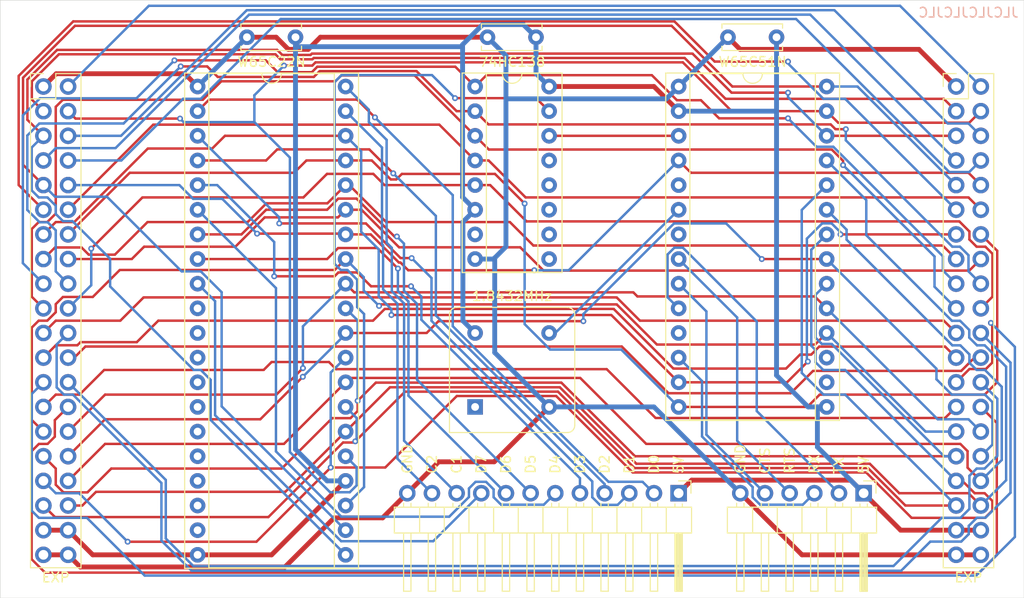
<source format=kicad_pcb>
(kicad_pcb (version 20171130) (host pcbnew "(5.1.8)-1")

  (general
    (thickness 1.6)
    (drawings 23)
    (tracks 790)
    (zones 0)
    (modules 11)
    (nets 77)
  )

  (page A4)
  (layers
    (0 F.Cu signal)
    (31 B.Cu signal)
    (32 B.Adhes user)
    (33 F.Adhes user)
    (34 B.Paste user)
    (35 F.Paste user)
    (36 B.SilkS user)
    (37 F.SilkS user)
    (38 B.Mask user)
    (39 F.Mask user)
    (40 Dwgs.User user)
    (41 Cmts.User user)
    (42 Eco1.User user)
    (43 Eco2.User user)
    (44 Edge.Cuts user)
    (45 Margin user)
    (46 B.CrtYd user)
    (47 F.CrtYd user)
    (48 B.Fab user)
    (49 F.Fab user)
  )

  (setup
    (last_trace_width 0.25)
    (trace_clearance 0.2)
    (zone_clearance 0.508)
    (zone_45_only no)
    (trace_min 0.2)
    (via_size 0.6)
    (via_drill 0.3)
    (via_min_size 0.4)
    (via_min_drill 0.3)
    (uvia_size 0.3)
    (uvia_drill 0.1)
    (uvias_allowed no)
    (uvia_min_size 0.2)
    (uvia_min_drill 0.1)
    (edge_width 0.05)
    (segment_width 0.2)
    (pcb_text_width 0.3)
    (pcb_text_size 1.5 1.5)
    (mod_edge_width 0.12)
    (mod_text_size 1 1)
    (mod_text_width 0.15)
    (pad_size 1.7 1.7)
    (pad_drill 1)
    (pad_to_mask_clearance 0)
    (aux_axis_origin 0 0)
    (visible_elements 7FFFFFFF)
    (pcbplotparams
      (layerselection 0x010fc_ffffffff)
      (usegerberextensions false)
      (usegerberattributes true)
      (usegerberadvancedattributes true)
      (creategerberjobfile true)
      (excludeedgelayer true)
      (linewidth 0.100000)
      (plotframeref false)
      (viasonmask false)
      (mode 1)
      (useauxorigin false)
      (hpglpennumber 1)
      (hpglpenspeed 20)
      (hpglpendiameter 15.000000)
      (psnegative false)
      (psa4output false)
      (plotreference true)
      (plotvalue true)
      (plotinvisibletext false)
      (padsonsilk false)
      (subtractmaskfromsilk false)
      (outputformat 1)
      (mirror false)
      (drillshape 0)
      (scaleselection 1)
      (outputdirectory "production/"))
  )

  (net 0 "")
  (net 1 GND)
  (net 2 +5V)
  (net 3 D7)
  (net 4 D6)
  (net 5 D5)
  (net 6 D4)
  (net 7 D3)
  (net 8 D2)
  (net 9 D1)
  (net 10 D0)
  (net 11 A15)
  (net 12 A14)
  (net 13 A13)
  (net 14 A12)
  (net 15 A11)
  (net 16 A10)
  (net 17 A9)
  (net 18 A8)
  (net 19 A7)
  (net 20 A6)
  (net 21 A5)
  (net 22 A4)
  (net 23 A3)
  (net 24 A2)
  (net 25 A1)
  (net 26 A0)
  (net 27 !RESET)
  (net 28 CLK)
  (net 29 !READ)
  (net 30 !WRITE)
  (net 31 R!W)
  (net 32 RDY)
  (net 33 !NMI)
  (net 34 !IRQ)
  (net 35 PHI2)
  (net 36 PHI1)
  (net 37 PB6)
  (net 38 PB5)
  (net 39 PB4)
  (net 40 PB3)
  (net 41 PB2)
  (net 42 PB1)
  (net 43 PB0)
  (net 44 CA1)
  (net 45 PA7)
  (net 46 PA6)
  (net 47 PA5)
  (net 48 PA4)
  (net 49 PA3)
  (net 50 PA2)
  (net 51 PA1)
  (net 52 PA0)
  (net 53 CA2)
  (net 54 CB2)
  (net 55 CB1)
  (net 56 PB7)
  (net 57 !PARALLEL_SELECT)
  (net 58 RXD)
  (net 59 TXD)
  (net 60 CTS)
  (net 61 RTS)
  (net 62 "Net-(U2-Pad7)")
  (net 63 !SERIAL_SELECT)
  (net 64 "Net-(U3-Pad7)")
  (net 65 "Net-(U3-Pad11)")
  (net 66 "Net-(X1-Pad1)")
  (net 67 "Net-(U2-Pad11)")
  (net 68 CLK_S)
  (net 69 !P_SELECT)
  (net 70 "Net-(U2-Pad13)")
  (net 71 "Net-(U2-Pad12)")
  (net 72 "Net-(U2-Pad10)")
  (net 73 "Net-(U2-Pad9)")
  (net 74 "Net-(U3-Pad5)")
  (net 75 "Net-(U3-Pad17)")
  (net 76 "Net-(U3-Pad16)")

  (net_class Default "This is the default net class."
    (clearance 0.2)
    (trace_width 0.25)
    (via_dia 0.6)
    (via_drill 0.3)
    (uvia_dia 0.3)
    (uvia_drill 0.1)
    (add_net !IRQ)
    (add_net !NMI)
    (add_net !PARALLEL_SELECT)
    (add_net !P_SELECT)
    (add_net !READ)
    (add_net !RESET)
    (add_net !SERIAL_SELECT)
    (add_net !WRITE)
    (add_net A0)
    (add_net A1)
    (add_net A10)
    (add_net A11)
    (add_net A12)
    (add_net A13)
    (add_net A14)
    (add_net A15)
    (add_net A2)
    (add_net A3)
    (add_net A4)
    (add_net A5)
    (add_net A6)
    (add_net A7)
    (add_net A8)
    (add_net A9)
    (add_net CA1)
    (add_net CA2)
    (add_net CB1)
    (add_net CB2)
    (add_net CLK)
    (add_net CLK_S)
    (add_net CTS)
    (add_net D0)
    (add_net D1)
    (add_net D2)
    (add_net D3)
    (add_net D4)
    (add_net D5)
    (add_net D6)
    (add_net D7)
    (add_net "Net-(U2-Pad10)")
    (add_net "Net-(U2-Pad11)")
    (add_net "Net-(U2-Pad12)")
    (add_net "Net-(U2-Pad13)")
    (add_net "Net-(U2-Pad7)")
    (add_net "Net-(U2-Pad9)")
    (add_net "Net-(U3-Pad11)")
    (add_net "Net-(U3-Pad16)")
    (add_net "Net-(U3-Pad17)")
    (add_net "Net-(U3-Pad5)")
    (add_net "Net-(U3-Pad7)")
    (add_net "Net-(X1-Pad1)")
    (add_net PA0)
    (add_net PA1)
    (add_net PA2)
    (add_net PA3)
    (add_net PA4)
    (add_net PA5)
    (add_net PA6)
    (add_net PA7)
    (add_net PB0)
    (add_net PB1)
    (add_net PB2)
    (add_net PB3)
    (add_net PB4)
    (add_net PB5)
    (add_net PB6)
    (add_net PB7)
    (add_net PHI1)
    (add_net PHI2)
    (add_net R!W)
    (add_net RDY)
    (add_net RTS)
    (add_net RXD)
    (add_net TXD)
  )

  (net_class Wide ""
    (clearance 0.2)
    (trace_width 0.5)
    (via_dia 0.6)
    (via_drill 0.3)
    (uvia_dia 0.3)
    (uvia_drill 0.1)
    (add_net +5V)
    (add_net GND)
  )

  (module Capacitor_THT:C_Disc_D6.0mm_W2.5mm_P5.00mm (layer F.Cu) (tedit 5AE50EF0) (tstamp 5FE68C50)
    (at 116.205 60.96)
    (descr "C, Disc series, Radial, pin pitch=5.00mm, , diameter*width=6*2.5mm^2, Capacitor, http://cdn-reichelt.de/documents/datenblatt/B300/DS_KERKO_TC.pdf")
    (tags "C Disc series Radial pin pitch 5.00mm  diameter 6mm width 2.5mm Capacitor")
    (path /5FCB0EC0)
    (fp_text reference C3 (at 2.5 -2.5) (layer F.SilkS) hide
      (effects (font (size 1 1) (thickness 0.15)))
    )
    (fp_text value 0.1uF (at 2.5 2.5) (layer F.Fab)
      (effects (font (size 1 1) (thickness 0.15)))
    )
    (fp_text user %R (at 2.5 0) (layer F.Fab)
      (effects (font (size 1 1) (thickness 0.15)))
    )
    (fp_line (start -0.5 -1.25) (end -0.5 1.25) (layer F.Fab) (width 0.1))
    (fp_line (start -0.5 1.25) (end 5.5 1.25) (layer F.Fab) (width 0.1))
    (fp_line (start 5.5 1.25) (end 5.5 -1.25) (layer F.Fab) (width 0.1))
    (fp_line (start 5.5 -1.25) (end -0.5 -1.25) (layer F.Fab) (width 0.1))
    (fp_line (start -0.62 -1.37) (end 5.62 -1.37) (layer F.SilkS) (width 0.12))
    (fp_line (start -0.62 1.37) (end 5.62 1.37) (layer F.SilkS) (width 0.12))
    (fp_line (start -0.62 -1.37) (end -0.62 -0.925) (layer F.SilkS) (width 0.12))
    (fp_line (start -0.62 0.925) (end -0.62 1.37) (layer F.SilkS) (width 0.12))
    (fp_line (start 5.62 -1.37) (end 5.62 -0.925) (layer F.SilkS) (width 0.12))
    (fp_line (start 5.62 0.925) (end 5.62 1.37) (layer F.SilkS) (width 0.12))
    (fp_line (start -1.05 -1.5) (end -1.05 1.5) (layer F.CrtYd) (width 0.05))
    (fp_line (start -1.05 1.5) (end 6.05 1.5) (layer F.CrtYd) (width 0.05))
    (fp_line (start 6.05 1.5) (end 6.05 -1.5) (layer F.CrtYd) (width 0.05))
    (fp_line (start 6.05 -1.5) (end -1.05 -1.5) (layer F.CrtYd) (width 0.05))
    (pad 1 thru_hole circle (at 0 0) (size 1.6 1.6) (drill 0.8) (layers *.Cu *.Mask)
      (net 1 GND))
    (pad 2 thru_hole circle (at 5 0) (size 1.6 1.6) (drill 0.8) (layers *.Cu *.Mask)
      (net 2 +5V))
    (model ${KISYS3DMOD}/Capacitor_THT.3dshapes/C_Disc_D6.0mm_W2.5mm_P5.00mm.wrl
      (at (xyz 0 0 0))
      (scale (xyz 1 1 1))
      (rotate (xyz 0 0 0))
    )
  )

  (module Capacitor_THT:C_Disc_D6.0mm_W2.5mm_P5.00mm (layer F.Cu) (tedit 5AE50EF0) (tstamp 5FE68C3B)
    (at 91.44 60.96)
    (descr "C, Disc series, Radial, pin pitch=5.00mm, , diameter*width=6*2.5mm^2, Capacitor, http://cdn-reichelt.de/documents/datenblatt/B300/DS_KERKO_TC.pdf")
    (tags "C Disc series Radial pin pitch 5.00mm  diameter 6mm width 2.5mm Capacitor")
    (path /5FCB0E66)
    (fp_text reference C2 (at 2.5 -2.5) (layer F.SilkS) hide
      (effects (font (size 1 1) (thickness 0.15)))
    )
    (fp_text value 0.1uF (at 2.5 2.5) (layer F.Fab)
      (effects (font (size 1 1) (thickness 0.15)))
    )
    (fp_text user %R (at 2.5 0) (layer F.Fab)
      (effects (font (size 1 1) (thickness 0.15)))
    )
    (fp_line (start -0.5 -1.25) (end -0.5 1.25) (layer F.Fab) (width 0.1))
    (fp_line (start -0.5 1.25) (end 5.5 1.25) (layer F.Fab) (width 0.1))
    (fp_line (start 5.5 1.25) (end 5.5 -1.25) (layer F.Fab) (width 0.1))
    (fp_line (start 5.5 -1.25) (end -0.5 -1.25) (layer F.Fab) (width 0.1))
    (fp_line (start -0.62 -1.37) (end 5.62 -1.37) (layer F.SilkS) (width 0.12))
    (fp_line (start -0.62 1.37) (end 5.62 1.37) (layer F.SilkS) (width 0.12))
    (fp_line (start -0.62 -1.37) (end -0.62 -0.925) (layer F.SilkS) (width 0.12))
    (fp_line (start -0.62 0.925) (end -0.62 1.37) (layer F.SilkS) (width 0.12))
    (fp_line (start 5.62 -1.37) (end 5.62 -0.925) (layer F.SilkS) (width 0.12))
    (fp_line (start 5.62 0.925) (end 5.62 1.37) (layer F.SilkS) (width 0.12))
    (fp_line (start -1.05 -1.5) (end -1.05 1.5) (layer F.CrtYd) (width 0.05))
    (fp_line (start -1.05 1.5) (end 6.05 1.5) (layer F.CrtYd) (width 0.05))
    (fp_line (start 6.05 1.5) (end 6.05 -1.5) (layer F.CrtYd) (width 0.05))
    (fp_line (start 6.05 -1.5) (end -1.05 -1.5) (layer F.CrtYd) (width 0.05))
    (pad 1 thru_hole circle (at 0 0) (size 1.6 1.6) (drill 0.8) (layers *.Cu *.Mask)
      (net 1 GND))
    (pad 2 thru_hole circle (at 5 0) (size 1.6 1.6) (drill 0.8) (layers *.Cu *.Mask)
      (net 2 +5V))
    (model ${KISYS3DMOD}/Capacitor_THT.3dshapes/C_Disc_D6.0mm_W2.5mm_P5.00mm.wrl
      (at (xyz 0 0 0))
      (scale (xyz 1 1 1))
      (rotate (xyz 0 0 0))
    )
  )

  (module Capacitor_THT:C_Disc_D6.0mm_W2.5mm_P5.00mm (layer F.Cu) (tedit 5AE50EF0) (tstamp 5FE68C26)
    (at 66.675 60.96)
    (descr "C, Disc series, Radial, pin pitch=5.00mm, , diameter*width=6*2.5mm^2, Capacitor, http://cdn-reichelt.de/documents/datenblatt/B300/DS_KERKO_TC.pdf")
    (tags "C Disc series Radial pin pitch 5.00mm  diameter 6mm width 2.5mm Capacitor")
    (path /5FCB08B8)
    (fp_text reference C1 (at 2.5 -2.5) (layer F.SilkS) hide
      (effects (font (size 1 1) (thickness 0.15)))
    )
    (fp_text value 0.1uF (at 2.5 2.5) (layer F.Fab)
      (effects (font (size 1 1) (thickness 0.15)))
    )
    (fp_text user %R (at 2.5 0) (layer F.Fab)
      (effects (font (size 1 1) (thickness 0.15)))
    )
    (fp_line (start -0.5 -1.25) (end -0.5 1.25) (layer F.Fab) (width 0.1))
    (fp_line (start -0.5 1.25) (end 5.5 1.25) (layer F.Fab) (width 0.1))
    (fp_line (start 5.5 1.25) (end 5.5 -1.25) (layer F.Fab) (width 0.1))
    (fp_line (start 5.5 -1.25) (end -0.5 -1.25) (layer F.Fab) (width 0.1))
    (fp_line (start -0.62 -1.37) (end 5.62 -1.37) (layer F.SilkS) (width 0.12))
    (fp_line (start -0.62 1.37) (end 5.62 1.37) (layer F.SilkS) (width 0.12))
    (fp_line (start -0.62 -1.37) (end -0.62 -0.925) (layer F.SilkS) (width 0.12))
    (fp_line (start -0.62 0.925) (end -0.62 1.37) (layer F.SilkS) (width 0.12))
    (fp_line (start 5.62 -1.37) (end 5.62 -0.925) (layer F.SilkS) (width 0.12))
    (fp_line (start 5.62 0.925) (end 5.62 1.37) (layer F.SilkS) (width 0.12))
    (fp_line (start -1.05 -1.5) (end -1.05 1.5) (layer F.CrtYd) (width 0.05))
    (fp_line (start -1.05 1.5) (end 6.05 1.5) (layer F.CrtYd) (width 0.05))
    (fp_line (start 6.05 1.5) (end 6.05 -1.5) (layer F.CrtYd) (width 0.05))
    (fp_line (start 6.05 -1.5) (end -1.05 -1.5) (layer F.CrtYd) (width 0.05))
    (pad 1 thru_hole circle (at 0 0) (size 1.6 1.6) (drill 0.8) (layers *.Cu *.Mask)
      (net 1 GND))
    (pad 2 thru_hole circle (at 5 0) (size 1.6 1.6) (drill 0.8) (layers *.Cu *.Mask)
      (net 2 +5V))
    (model ${KISYS3DMOD}/Capacitor_THT.3dshapes/C_Disc_D6.0mm_W2.5mm_P5.00mm.wrl
      (at (xyz 0 0 0))
      (scale (xyz 1 1 1))
      (rotate (xyz 0 0 0))
    )
  )

  (module Connector_PinHeader_2.54mm:PinHeader_1x12_P2.54mm_Horizontal (layer F.Cu) (tedit 59FED5CB) (tstamp 5FC8647A)
    (at 111.125 107.95 270)
    (descr "Through hole angled pin header, 1x12, 2.54mm pitch, 6mm pin length, single row")
    (tags "Through hole angled pin header THT 1x12 2.54mm single row")
    (path /5FCA47F7)
    (fp_text reference J3 (at 0 -3.175) (layer F.SilkS) hide
      (effects (font (size 1 1) (thickness 0.15)))
    )
    (fp_text value Conn_01x12 (at 4.385 30.21 90) (layer F.Fab)
      (effects (font (size 1 1) (thickness 0.15)))
    )
    (fp_line (start 2.135 -1.27) (end 4.04 -1.27) (layer F.Fab) (width 0.1))
    (fp_line (start 4.04 -1.27) (end 4.04 29.21) (layer F.Fab) (width 0.1))
    (fp_line (start 4.04 29.21) (end 1.5 29.21) (layer F.Fab) (width 0.1))
    (fp_line (start 1.5 29.21) (end 1.5 -0.635) (layer F.Fab) (width 0.1))
    (fp_line (start 1.5 -0.635) (end 2.135 -1.27) (layer F.Fab) (width 0.1))
    (fp_line (start -0.32 -0.32) (end 1.5 -0.32) (layer F.Fab) (width 0.1))
    (fp_line (start -0.32 -0.32) (end -0.32 0.32) (layer F.Fab) (width 0.1))
    (fp_line (start -0.32 0.32) (end 1.5 0.32) (layer F.Fab) (width 0.1))
    (fp_line (start 4.04 -0.32) (end 10.04 -0.32) (layer F.Fab) (width 0.1))
    (fp_line (start 10.04 -0.32) (end 10.04 0.32) (layer F.Fab) (width 0.1))
    (fp_line (start 4.04 0.32) (end 10.04 0.32) (layer F.Fab) (width 0.1))
    (fp_line (start -0.32 2.22) (end 1.5 2.22) (layer F.Fab) (width 0.1))
    (fp_line (start -0.32 2.22) (end -0.32 2.86) (layer F.Fab) (width 0.1))
    (fp_line (start -0.32 2.86) (end 1.5 2.86) (layer F.Fab) (width 0.1))
    (fp_line (start 4.04 2.22) (end 10.04 2.22) (layer F.Fab) (width 0.1))
    (fp_line (start 10.04 2.22) (end 10.04 2.86) (layer F.Fab) (width 0.1))
    (fp_line (start 4.04 2.86) (end 10.04 2.86) (layer F.Fab) (width 0.1))
    (fp_line (start -0.32 4.76) (end 1.5 4.76) (layer F.Fab) (width 0.1))
    (fp_line (start -0.32 4.76) (end -0.32 5.4) (layer F.Fab) (width 0.1))
    (fp_line (start -0.32 5.4) (end 1.5 5.4) (layer F.Fab) (width 0.1))
    (fp_line (start 4.04 4.76) (end 10.04 4.76) (layer F.Fab) (width 0.1))
    (fp_line (start 10.04 4.76) (end 10.04 5.4) (layer F.Fab) (width 0.1))
    (fp_line (start 4.04 5.4) (end 10.04 5.4) (layer F.Fab) (width 0.1))
    (fp_line (start -0.32 7.3) (end 1.5 7.3) (layer F.Fab) (width 0.1))
    (fp_line (start -0.32 7.3) (end -0.32 7.94) (layer F.Fab) (width 0.1))
    (fp_line (start -0.32 7.94) (end 1.5 7.94) (layer F.Fab) (width 0.1))
    (fp_line (start 4.04 7.3) (end 10.04 7.3) (layer F.Fab) (width 0.1))
    (fp_line (start 10.04 7.3) (end 10.04 7.94) (layer F.Fab) (width 0.1))
    (fp_line (start 4.04 7.94) (end 10.04 7.94) (layer F.Fab) (width 0.1))
    (fp_line (start -0.32 9.84) (end 1.5 9.84) (layer F.Fab) (width 0.1))
    (fp_line (start -0.32 9.84) (end -0.32 10.48) (layer F.Fab) (width 0.1))
    (fp_line (start -0.32 10.48) (end 1.5 10.48) (layer F.Fab) (width 0.1))
    (fp_line (start 4.04 9.84) (end 10.04 9.84) (layer F.Fab) (width 0.1))
    (fp_line (start 10.04 9.84) (end 10.04 10.48) (layer F.Fab) (width 0.1))
    (fp_line (start 4.04 10.48) (end 10.04 10.48) (layer F.Fab) (width 0.1))
    (fp_line (start -0.32 12.38) (end 1.5 12.38) (layer F.Fab) (width 0.1))
    (fp_line (start -0.32 12.38) (end -0.32 13.02) (layer F.Fab) (width 0.1))
    (fp_line (start -0.32 13.02) (end 1.5 13.02) (layer F.Fab) (width 0.1))
    (fp_line (start 4.04 12.38) (end 10.04 12.38) (layer F.Fab) (width 0.1))
    (fp_line (start 10.04 12.38) (end 10.04 13.02) (layer F.Fab) (width 0.1))
    (fp_line (start 4.04 13.02) (end 10.04 13.02) (layer F.Fab) (width 0.1))
    (fp_line (start -0.32 14.92) (end 1.5 14.92) (layer F.Fab) (width 0.1))
    (fp_line (start -0.32 14.92) (end -0.32 15.56) (layer F.Fab) (width 0.1))
    (fp_line (start -0.32 15.56) (end 1.5 15.56) (layer F.Fab) (width 0.1))
    (fp_line (start 4.04 14.92) (end 10.04 14.92) (layer F.Fab) (width 0.1))
    (fp_line (start 10.04 14.92) (end 10.04 15.56) (layer F.Fab) (width 0.1))
    (fp_line (start 4.04 15.56) (end 10.04 15.56) (layer F.Fab) (width 0.1))
    (fp_line (start -0.32 17.46) (end 1.5 17.46) (layer F.Fab) (width 0.1))
    (fp_line (start -0.32 17.46) (end -0.32 18.1) (layer F.Fab) (width 0.1))
    (fp_line (start -0.32 18.1) (end 1.5 18.1) (layer F.Fab) (width 0.1))
    (fp_line (start 4.04 17.46) (end 10.04 17.46) (layer F.Fab) (width 0.1))
    (fp_line (start 10.04 17.46) (end 10.04 18.1) (layer F.Fab) (width 0.1))
    (fp_line (start 4.04 18.1) (end 10.04 18.1) (layer F.Fab) (width 0.1))
    (fp_line (start -0.32 20) (end 1.5 20) (layer F.Fab) (width 0.1))
    (fp_line (start -0.32 20) (end -0.32 20.64) (layer F.Fab) (width 0.1))
    (fp_line (start -0.32 20.64) (end 1.5 20.64) (layer F.Fab) (width 0.1))
    (fp_line (start 4.04 20) (end 10.04 20) (layer F.Fab) (width 0.1))
    (fp_line (start 10.04 20) (end 10.04 20.64) (layer F.Fab) (width 0.1))
    (fp_line (start 4.04 20.64) (end 10.04 20.64) (layer F.Fab) (width 0.1))
    (fp_line (start -0.32 22.54) (end 1.5 22.54) (layer F.Fab) (width 0.1))
    (fp_line (start -0.32 22.54) (end -0.32 23.18) (layer F.Fab) (width 0.1))
    (fp_line (start -0.32 23.18) (end 1.5 23.18) (layer F.Fab) (width 0.1))
    (fp_line (start 4.04 22.54) (end 10.04 22.54) (layer F.Fab) (width 0.1))
    (fp_line (start 10.04 22.54) (end 10.04 23.18) (layer F.Fab) (width 0.1))
    (fp_line (start 4.04 23.18) (end 10.04 23.18) (layer F.Fab) (width 0.1))
    (fp_line (start -0.32 25.08) (end 1.5 25.08) (layer F.Fab) (width 0.1))
    (fp_line (start -0.32 25.08) (end -0.32 25.72) (layer F.Fab) (width 0.1))
    (fp_line (start -0.32 25.72) (end 1.5 25.72) (layer F.Fab) (width 0.1))
    (fp_line (start 4.04 25.08) (end 10.04 25.08) (layer F.Fab) (width 0.1))
    (fp_line (start 10.04 25.08) (end 10.04 25.72) (layer F.Fab) (width 0.1))
    (fp_line (start 4.04 25.72) (end 10.04 25.72) (layer F.Fab) (width 0.1))
    (fp_line (start -0.32 27.62) (end 1.5 27.62) (layer F.Fab) (width 0.1))
    (fp_line (start -0.32 27.62) (end -0.32 28.26) (layer F.Fab) (width 0.1))
    (fp_line (start -0.32 28.26) (end 1.5 28.26) (layer F.Fab) (width 0.1))
    (fp_line (start 4.04 27.62) (end 10.04 27.62) (layer F.Fab) (width 0.1))
    (fp_line (start 10.04 27.62) (end 10.04 28.26) (layer F.Fab) (width 0.1))
    (fp_line (start 4.04 28.26) (end 10.04 28.26) (layer F.Fab) (width 0.1))
    (fp_line (start 1.44 -1.33) (end 1.44 29.27) (layer F.SilkS) (width 0.12))
    (fp_line (start 1.44 29.27) (end 4.1 29.27) (layer F.SilkS) (width 0.12))
    (fp_line (start 4.1 29.27) (end 4.1 -1.33) (layer F.SilkS) (width 0.12))
    (fp_line (start 4.1 -1.33) (end 1.44 -1.33) (layer F.SilkS) (width 0.12))
    (fp_line (start 4.1 -0.38) (end 10.1 -0.38) (layer F.SilkS) (width 0.12))
    (fp_line (start 10.1 -0.38) (end 10.1 0.38) (layer F.SilkS) (width 0.12))
    (fp_line (start 10.1 0.38) (end 4.1 0.38) (layer F.SilkS) (width 0.12))
    (fp_line (start 4.1 -0.32) (end 10.1 -0.32) (layer F.SilkS) (width 0.12))
    (fp_line (start 4.1 -0.2) (end 10.1 -0.2) (layer F.SilkS) (width 0.12))
    (fp_line (start 4.1 -0.08) (end 10.1 -0.08) (layer F.SilkS) (width 0.12))
    (fp_line (start 4.1 0.04) (end 10.1 0.04) (layer F.SilkS) (width 0.12))
    (fp_line (start 4.1 0.16) (end 10.1 0.16) (layer F.SilkS) (width 0.12))
    (fp_line (start 4.1 0.28) (end 10.1 0.28) (layer F.SilkS) (width 0.12))
    (fp_line (start 1.11 -0.38) (end 1.44 -0.38) (layer F.SilkS) (width 0.12))
    (fp_line (start 1.11 0.38) (end 1.44 0.38) (layer F.SilkS) (width 0.12))
    (fp_line (start 1.44 1.27) (end 4.1 1.27) (layer F.SilkS) (width 0.12))
    (fp_line (start 4.1 2.16) (end 10.1 2.16) (layer F.SilkS) (width 0.12))
    (fp_line (start 10.1 2.16) (end 10.1 2.92) (layer F.SilkS) (width 0.12))
    (fp_line (start 10.1 2.92) (end 4.1 2.92) (layer F.SilkS) (width 0.12))
    (fp_line (start 1.042929 2.16) (end 1.44 2.16) (layer F.SilkS) (width 0.12))
    (fp_line (start 1.042929 2.92) (end 1.44 2.92) (layer F.SilkS) (width 0.12))
    (fp_line (start 1.44 3.81) (end 4.1 3.81) (layer F.SilkS) (width 0.12))
    (fp_line (start 4.1 4.7) (end 10.1 4.7) (layer F.SilkS) (width 0.12))
    (fp_line (start 10.1 4.7) (end 10.1 5.46) (layer F.SilkS) (width 0.12))
    (fp_line (start 10.1 5.46) (end 4.1 5.46) (layer F.SilkS) (width 0.12))
    (fp_line (start 1.042929 4.7) (end 1.44 4.7) (layer F.SilkS) (width 0.12))
    (fp_line (start 1.042929 5.46) (end 1.44 5.46) (layer F.SilkS) (width 0.12))
    (fp_line (start 1.44 6.35) (end 4.1 6.35) (layer F.SilkS) (width 0.12))
    (fp_line (start 4.1 7.24) (end 10.1 7.24) (layer F.SilkS) (width 0.12))
    (fp_line (start 10.1 7.24) (end 10.1 8) (layer F.SilkS) (width 0.12))
    (fp_line (start 10.1 8) (end 4.1 8) (layer F.SilkS) (width 0.12))
    (fp_line (start 1.042929 7.24) (end 1.44 7.24) (layer F.SilkS) (width 0.12))
    (fp_line (start 1.042929 8) (end 1.44 8) (layer F.SilkS) (width 0.12))
    (fp_line (start 1.44 8.89) (end 4.1 8.89) (layer F.SilkS) (width 0.12))
    (fp_line (start 4.1 9.78) (end 10.1 9.78) (layer F.SilkS) (width 0.12))
    (fp_line (start 10.1 9.78) (end 10.1 10.54) (layer F.SilkS) (width 0.12))
    (fp_line (start 10.1 10.54) (end 4.1 10.54) (layer F.SilkS) (width 0.12))
    (fp_line (start 1.042929 9.78) (end 1.44 9.78) (layer F.SilkS) (width 0.12))
    (fp_line (start 1.042929 10.54) (end 1.44 10.54) (layer F.SilkS) (width 0.12))
    (fp_line (start 1.44 11.43) (end 4.1 11.43) (layer F.SilkS) (width 0.12))
    (fp_line (start 4.1 12.32) (end 10.1 12.32) (layer F.SilkS) (width 0.12))
    (fp_line (start 10.1 12.32) (end 10.1 13.08) (layer F.SilkS) (width 0.12))
    (fp_line (start 10.1 13.08) (end 4.1 13.08) (layer F.SilkS) (width 0.12))
    (fp_line (start 1.042929 12.32) (end 1.44 12.32) (layer F.SilkS) (width 0.12))
    (fp_line (start 1.042929 13.08) (end 1.44 13.08) (layer F.SilkS) (width 0.12))
    (fp_line (start 1.44 13.97) (end 4.1 13.97) (layer F.SilkS) (width 0.12))
    (fp_line (start 4.1 14.86) (end 10.1 14.86) (layer F.SilkS) (width 0.12))
    (fp_line (start 10.1 14.86) (end 10.1 15.62) (layer F.SilkS) (width 0.12))
    (fp_line (start 10.1 15.62) (end 4.1 15.62) (layer F.SilkS) (width 0.12))
    (fp_line (start 1.042929 14.86) (end 1.44 14.86) (layer F.SilkS) (width 0.12))
    (fp_line (start 1.042929 15.62) (end 1.44 15.62) (layer F.SilkS) (width 0.12))
    (fp_line (start 1.44 16.51) (end 4.1 16.51) (layer F.SilkS) (width 0.12))
    (fp_line (start 4.1 17.4) (end 10.1 17.4) (layer F.SilkS) (width 0.12))
    (fp_line (start 10.1 17.4) (end 10.1 18.16) (layer F.SilkS) (width 0.12))
    (fp_line (start 10.1 18.16) (end 4.1 18.16) (layer F.SilkS) (width 0.12))
    (fp_line (start 1.042929 17.4) (end 1.44 17.4) (layer F.SilkS) (width 0.12))
    (fp_line (start 1.042929 18.16) (end 1.44 18.16) (layer F.SilkS) (width 0.12))
    (fp_line (start 1.44 19.05) (end 4.1 19.05) (layer F.SilkS) (width 0.12))
    (fp_line (start 4.1 19.94) (end 10.1 19.94) (layer F.SilkS) (width 0.12))
    (fp_line (start 10.1 19.94) (end 10.1 20.7) (layer F.SilkS) (width 0.12))
    (fp_line (start 10.1 20.7) (end 4.1 20.7) (layer F.SilkS) (width 0.12))
    (fp_line (start 1.042929 19.94) (end 1.44 19.94) (layer F.SilkS) (width 0.12))
    (fp_line (start 1.042929 20.7) (end 1.44 20.7) (layer F.SilkS) (width 0.12))
    (fp_line (start 1.44 21.59) (end 4.1 21.59) (layer F.SilkS) (width 0.12))
    (fp_line (start 4.1 22.48) (end 10.1 22.48) (layer F.SilkS) (width 0.12))
    (fp_line (start 10.1 22.48) (end 10.1 23.24) (layer F.SilkS) (width 0.12))
    (fp_line (start 10.1 23.24) (end 4.1 23.24) (layer F.SilkS) (width 0.12))
    (fp_line (start 1.042929 22.48) (end 1.44 22.48) (layer F.SilkS) (width 0.12))
    (fp_line (start 1.042929 23.24) (end 1.44 23.24) (layer F.SilkS) (width 0.12))
    (fp_line (start 1.44 24.13) (end 4.1 24.13) (layer F.SilkS) (width 0.12))
    (fp_line (start 4.1 25.02) (end 10.1 25.02) (layer F.SilkS) (width 0.12))
    (fp_line (start 10.1 25.02) (end 10.1 25.78) (layer F.SilkS) (width 0.12))
    (fp_line (start 10.1 25.78) (end 4.1 25.78) (layer F.SilkS) (width 0.12))
    (fp_line (start 1.042929 25.02) (end 1.44 25.02) (layer F.SilkS) (width 0.12))
    (fp_line (start 1.042929 25.78) (end 1.44 25.78) (layer F.SilkS) (width 0.12))
    (fp_line (start 1.44 26.67) (end 4.1 26.67) (layer F.SilkS) (width 0.12))
    (fp_line (start 4.1 27.56) (end 10.1 27.56) (layer F.SilkS) (width 0.12))
    (fp_line (start 10.1 27.56) (end 10.1 28.32) (layer F.SilkS) (width 0.12))
    (fp_line (start 10.1 28.32) (end 4.1 28.32) (layer F.SilkS) (width 0.12))
    (fp_line (start 1.042929 27.56) (end 1.44 27.56) (layer F.SilkS) (width 0.12))
    (fp_line (start 1.042929 28.32) (end 1.44 28.32) (layer F.SilkS) (width 0.12))
    (fp_line (start -1.27 0) (end -1.27 -1.27) (layer F.SilkS) (width 0.12))
    (fp_line (start -1.27 -1.27) (end 0 -1.27) (layer F.SilkS) (width 0.12))
    (fp_line (start -1.8 -1.8) (end -1.8 29.75) (layer F.CrtYd) (width 0.05))
    (fp_line (start -1.8 29.75) (end 10.55 29.75) (layer F.CrtYd) (width 0.05))
    (fp_line (start 10.55 29.75) (end 10.55 -1.8) (layer F.CrtYd) (width 0.05))
    (fp_line (start 10.55 -1.8) (end -1.8 -1.8) (layer F.CrtYd) (width 0.05))
    (fp_text user %R (at 2.77 13.97) (layer F.Fab)
      (effects (font (size 1 1) (thickness 0.15)))
    )
    (pad 12 thru_hole oval (at 0 27.94 270) (size 1.7 1.7) (drill 1) (layers *.Cu *.Mask)
      (net 1 GND))
    (pad 11 thru_hole oval (at 0 25.4 270) (size 1.7 1.7) (drill 1) (layers *.Cu *.Mask)
      (net 53 CA2))
    (pad 10 thru_hole oval (at 0 22.86 270) (size 1.7 1.7) (drill 1) (layers *.Cu *.Mask)
      (net 44 CA1))
    (pad 9 thru_hole oval (at 0 20.32 270) (size 1.7 1.7) (drill 1) (layers *.Cu *.Mask)
      (net 45 PA7))
    (pad 8 thru_hole oval (at 0 17.78 270) (size 1.7 1.7) (drill 1) (layers *.Cu *.Mask)
      (net 46 PA6))
    (pad 7 thru_hole oval (at 0 15.24 270) (size 1.7 1.7) (drill 1) (layers *.Cu *.Mask)
      (net 47 PA5))
    (pad 6 thru_hole oval (at 0 12.7 270) (size 1.7 1.7) (drill 1) (layers *.Cu *.Mask)
      (net 48 PA4))
    (pad 5 thru_hole oval (at 0 10.16 270) (size 1.7 1.7) (drill 1) (layers *.Cu *.Mask)
      (net 49 PA3))
    (pad 4 thru_hole oval (at 0 7.62 270) (size 1.7 1.7) (drill 1) (layers *.Cu *.Mask)
      (net 50 PA2))
    (pad 3 thru_hole oval (at 0 5.08 270) (size 1.7 1.7) (drill 1) (layers *.Cu *.Mask)
      (net 51 PA1))
    (pad 2 thru_hole oval (at 0 2.54 270) (size 1.7 1.7) (drill 1) (layers *.Cu *.Mask)
      (net 52 PA0))
    (pad 1 thru_hole rect (at 0 0 270) (size 1.7 1.7) (drill 1) (layers *.Cu *.Mask)
      (net 2 +5V))
    (model ${KISYS3DMOD}/Connector_PinHeader_2.54mm.3dshapes/PinHeader_1x12_P2.54mm_Horizontal.wrl
      (at (xyz 0 0 0))
      (scale (xyz 1 1 1))
      (rotate (xyz 0 0 0))
    )
  )

  (module Package_DIP:DIP-40_W15.24mm_Socket (layer F.Cu) (tedit 5FC7E812) (tstamp 5FC814D0)
    (at 61.595 66.04)
    (descr "40-lead though-hole mounted DIP package, row spacing 15.24 mm (600 mils), Socket")
    (tags "THT DIP DIL PDIP 2.54mm 15.24mm 600mil Socket")
    (path /5FCBE814)
    (fp_text reference U1 (at 7.62 -2.33) (layer F.SilkS) hide
      (effects (font (size 1 1) (thickness 0.15)))
    )
    (fp_text value W65C22N (at 7.62 -2.54) (layer F.SilkS)
      (effects (font (size 1 1) (thickness 0.15)))
    )
    (fp_line (start 1.255 -1.27) (end 14.985 -1.27) (layer F.Fab) (width 0.1))
    (fp_line (start 14.985 -1.27) (end 14.985 49.53) (layer F.Fab) (width 0.1))
    (fp_line (start 14.985 49.53) (end 0.255 49.53) (layer F.Fab) (width 0.1))
    (fp_line (start 0.255 49.53) (end 0.255 -0.27) (layer F.Fab) (width 0.1))
    (fp_line (start 0.255 -0.27) (end 1.255 -1.27) (layer F.Fab) (width 0.1))
    (fp_line (start -1.27 -1.33) (end -1.27 49.59) (layer F.Fab) (width 0.1))
    (fp_line (start -1.27 49.59) (end 16.51 49.59) (layer F.Fab) (width 0.1))
    (fp_line (start 16.51 49.59) (end 16.51 -1.33) (layer F.Fab) (width 0.1))
    (fp_line (start 16.51 -1.33) (end -1.27 -1.33) (layer F.Fab) (width 0.1))
    (fp_line (start 6.62 -1.33) (end 1.16 -1.33) (layer F.SilkS) (width 0.12))
    (fp_line (start 1.16 -1.33) (end 1.16 49.59) (layer F.SilkS) (width 0.12))
    (fp_line (start 1.16 49.59) (end 14.08 49.59) (layer F.SilkS) (width 0.12))
    (fp_line (start 14.08 49.59) (end 14.08 -1.33) (layer F.SilkS) (width 0.12))
    (fp_line (start 14.08 -1.33) (end 8.62 -1.33) (layer F.SilkS) (width 0.12))
    (fp_line (start -1.33 -1.39) (end -1.33 49.65) (layer F.SilkS) (width 0.12))
    (fp_line (start -1.33 49.65) (end 16.57 49.65) (layer F.SilkS) (width 0.12))
    (fp_line (start 16.57 49.65) (end 16.57 -1.39) (layer F.SilkS) (width 0.12))
    (fp_line (start 16.57 -1.39) (end -1.33 -1.39) (layer F.SilkS) (width 0.12))
    (fp_line (start -1.55 -1.6) (end -1.55 49.85) (layer F.CrtYd) (width 0.05))
    (fp_line (start -1.55 49.85) (end 16.8 49.85) (layer F.CrtYd) (width 0.05))
    (fp_line (start 16.8 49.85) (end 16.8 -1.6) (layer F.CrtYd) (width 0.05))
    (fp_line (start 16.8 -1.6) (end -1.55 -1.6) (layer F.CrtYd) (width 0.05))
    (fp_text user %R (at 7.62 24.13) (layer F.Fab)
      (effects (font (size 1 1) (thickness 0.15)))
    )
    (fp_arc (start 7.62 -1.33) (end 6.62 -1.33) (angle -180) (layer F.SilkS) (width 0.12))
    (pad 40 thru_hole oval (at 15.24 0) (size 1.6 1.6) (drill 0.8) (layers *.Cu *.Mask)
      (net 44 CA1))
    (pad 20 thru_hole oval (at 0 48.26) (size 1.6 1.6) (drill 0.8) (layers *.Cu *.Mask)
      (net 2 +5V))
    (pad 39 thru_hole oval (at 15.24 2.54) (size 1.6 1.6) (drill 0.8) (layers *.Cu *.Mask)
      (net 53 CA2))
    (pad 19 thru_hole oval (at 0 45.72) (size 1.6 1.6) (drill 0.8) (layers *.Cu *.Mask)
      (net 54 CB2))
    (pad 38 thru_hole oval (at 15.24 5.08) (size 1.6 1.6) (drill 0.8) (layers *.Cu *.Mask)
      (net 26 A0))
    (pad 18 thru_hole oval (at 0 43.18) (size 1.6 1.6) (drill 0.8) (layers *.Cu *.Mask)
      (net 55 CB1))
    (pad 37 thru_hole oval (at 15.24 7.62) (size 1.6 1.6) (drill 0.8) (layers *.Cu *.Mask)
      (net 25 A1))
    (pad 17 thru_hole oval (at 0 40.64) (size 1.6 1.6) (drill 0.8) (layers *.Cu *.Mask)
      (net 56 PB7))
    (pad 36 thru_hole oval (at 15.24 10.16) (size 1.6 1.6) (drill 0.8) (layers *.Cu *.Mask)
      (net 24 A2))
    (pad 16 thru_hole oval (at 0 38.1) (size 1.6 1.6) (drill 0.8) (layers *.Cu *.Mask)
      (net 37 PB6))
    (pad 35 thru_hole oval (at 15.24 12.7) (size 1.6 1.6) (drill 0.8) (layers *.Cu *.Mask)
      (net 23 A3))
    (pad 15 thru_hole oval (at 0 35.56) (size 1.6 1.6) (drill 0.8) (layers *.Cu *.Mask)
      (net 38 PB5))
    (pad 34 thru_hole oval (at 15.24 15.24) (size 1.6 1.6) (drill 0.8) (layers *.Cu *.Mask)
      (net 27 !RESET))
    (pad 14 thru_hole oval (at 0 33.02) (size 1.6 1.6) (drill 0.8) (layers *.Cu *.Mask)
      (net 39 PB4))
    (pad 33 thru_hole oval (at 15.24 17.78) (size 1.6 1.6) (drill 0.8) (layers *.Cu *.Mask)
      (net 10 D0))
    (pad 13 thru_hole oval (at 0 30.48) (size 1.6 1.6) (drill 0.8) (layers *.Cu *.Mask)
      (net 40 PB3))
    (pad 32 thru_hole oval (at 15.24 20.32) (size 1.6 1.6) (drill 0.8) (layers *.Cu *.Mask)
      (net 9 D1))
    (pad 12 thru_hole oval (at 0 27.94) (size 1.6 1.6) (drill 0.8) (layers *.Cu *.Mask)
      (net 41 PB2))
    (pad 31 thru_hole oval (at 15.24 22.86) (size 1.6 1.6) (drill 0.8) (layers *.Cu *.Mask)
      (net 8 D2))
    (pad 11 thru_hole oval (at 0 25.4) (size 1.6 1.6) (drill 0.8) (layers *.Cu *.Mask)
      (net 42 PB1))
    (pad 30 thru_hole oval (at 15.24 25.4) (size 1.6 1.6) (drill 0.8) (layers *.Cu *.Mask)
      (net 7 D3))
    (pad 10 thru_hole oval (at 0 22.86) (size 1.6 1.6) (drill 0.8) (layers *.Cu *.Mask)
      (net 43 PB0))
    (pad 29 thru_hole oval (at 15.24 27.94) (size 1.6 1.6) (drill 0.8) (layers *.Cu *.Mask)
      (net 6 D4))
    (pad 9 thru_hole oval (at 0 20.32) (size 1.6 1.6) (drill 0.8) (layers *.Cu *.Mask)
      (net 45 PA7))
    (pad 28 thru_hole oval (at 15.24 30.48) (size 1.6 1.6) (drill 0.8) (layers *.Cu *.Mask)
      (net 5 D5))
    (pad 8 thru_hole oval (at 0 17.78) (size 1.6 1.6) (drill 0.8) (layers *.Cu *.Mask)
      (net 46 PA6))
    (pad 27 thru_hole oval (at 15.24 33.02) (size 1.6 1.6) (drill 0.8) (layers *.Cu *.Mask)
      (net 4 D6))
    (pad 7 thru_hole oval (at 0 15.24) (size 1.6 1.6) (drill 0.8) (layers *.Cu *.Mask)
      (net 47 PA5))
    (pad 26 thru_hole oval (at 15.24 35.56) (size 1.6 1.6) (drill 0.8) (layers *.Cu *.Mask)
      (net 3 D7))
    (pad 6 thru_hole oval (at 0 12.7) (size 1.6 1.6) (drill 0.8) (layers *.Cu *.Mask)
      (net 48 PA4))
    (pad 25 thru_hole oval (at 15.24 38.1) (size 1.6 1.6) (drill 0.8) (layers *.Cu *.Mask)
      (net 35 PHI2))
    (pad 5 thru_hole oval (at 0 10.16) (size 1.6 1.6) (drill 0.8) (layers *.Cu *.Mask)
      (net 49 PA3))
    (pad 24 thru_hole oval (at 15.24 40.64) (size 1.6 1.6) (drill 0.8) (layers *.Cu *.Mask)
      (net 2 +5V))
    (pad 4 thru_hole oval (at 0 7.62) (size 1.6 1.6) (drill 0.8) (layers *.Cu *.Mask)
      (net 50 PA2))
    (pad 23 thru_hole oval (at 15.24 43.18) (size 1.6 1.6) (drill 0.8) (layers *.Cu *.Mask)
      (net 57 !PARALLEL_SELECT))
    (pad 3 thru_hole oval (at 0 5.08) (size 1.6 1.6) (drill 0.8) (layers *.Cu *.Mask)
      (net 51 PA1))
    (pad 22 thru_hole oval (at 15.24 45.72) (size 1.6 1.6) (drill 0.8) (layers *.Cu *.Mask)
      (net 31 R!W))
    (pad 2 thru_hole oval (at 0 2.54) (size 1.6 1.6) (drill 0.8) (layers *.Cu *.Mask)
      (net 52 PA0))
    (pad 21 thru_hole oval (at 15.24 48.26) (size 1.6 1.6) (drill 0.8) (layers *.Cu *.Mask)
      (net 34 !IRQ))
    (pad 1 thru_hole circle (at 0 0) (size 1.6 1.6) (drill 0.8) (layers *.Cu *.Mask)
      (net 1 GND))
    (model ${KISYS3DMOD}/Package_DIP.3dshapes/DIP-40_W15.24mm_Socket.wrl
      (at (xyz 0 0 0))
      (scale (xyz 1 1 1))
      (rotate (xyz 0 0 0))
    )
  )

  (module Connector_PinHeader_2.54mm:PinHeader_1x06_P2.54mm_Horizontal (layer F.Cu) (tedit 59FED5CB) (tstamp 5FCC4A27)
    (at 130.175 107.95 270)
    (descr "Through hole angled pin header, 1x06, 2.54mm pitch, 6mm pin length, single row")
    (tags "Through hole angled pin header THT 1x06 2.54mm single row")
    (path /5FCC838F)
    (fp_text reference J5 (at 0 -3.175 180) (layer F.SilkS) hide
      (effects (font (size 1 1) (thickness 0.15)))
    )
    (fp_text value Conn_01x06 (at 4.385 14.97 90) (layer F.Fab)
      (effects (font (size 1 1) (thickness 0.15)))
    )
    (fp_line (start 2.135 -1.27) (end 4.04 -1.27) (layer F.Fab) (width 0.1))
    (fp_line (start 4.04 -1.27) (end 4.04 13.97) (layer F.Fab) (width 0.1))
    (fp_line (start 4.04 13.97) (end 1.5 13.97) (layer F.Fab) (width 0.1))
    (fp_line (start 1.5 13.97) (end 1.5 -0.635) (layer F.Fab) (width 0.1))
    (fp_line (start 1.5 -0.635) (end 2.135 -1.27) (layer F.Fab) (width 0.1))
    (fp_line (start -0.32 -0.32) (end 1.5 -0.32) (layer F.Fab) (width 0.1))
    (fp_line (start -0.32 -0.32) (end -0.32 0.32) (layer F.Fab) (width 0.1))
    (fp_line (start -0.32 0.32) (end 1.5 0.32) (layer F.Fab) (width 0.1))
    (fp_line (start 4.04 -0.32) (end 10.04 -0.32) (layer F.Fab) (width 0.1))
    (fp_line (start 10.04 -0.32) (end 10.04 0.32) (layer F.Fab) (width 0.1))
    (fp_line (start 4.04 0.32) (end 10.04 0.32) (layer F.Fab) (width 0.1))
    (fp_line (start -0.32 2.22) (end 1.5 2.22) (layer F.Fab) (width 0.1))
    (fp_line (start -0.32 2.22) (end -0.32 2.86) (layer F.Fab) (width 0.1))
    (fp_line (start -0.32 2.86) (end 1.5 2.86) (layer F.Fab) (width 0.1))
    (fp_line (start 4.04 2.22) (end 10.04 2.22) (layer F.Fab) (width 0.1))
    (fp_line (start 10.04 2.22) (end 10.04 2.86) (layer F.Fab) (width 0.1))
    (fp_line (start 4.04 2.86) (end 10.04 2.86) (layer F.Fab) (width 0.1))
    (fp_line (start -0.32 4.76) (end 1.5 4.76) (layer F.Fab) (width 0.1))
    (fp_line (start -0.32 4.76) (end -0.32 5.4) (layer F.Fab) (width 0.1))
    (fp_line (start -0.32 5.4) (end 1.5 5.4) (layer F.Fab) (width 0.1))
    (fp_line (start 4.04 4.76) (end 10.04 4.76) (layer F.Fab) (width 0.1))
    (fp_line (start 10.04 4.76) (end 10.04 5.4) (layer F.Fab) (width 0.1))
    (fp_line (start 4.04 5.4) (end 10.04 5.4) (layer F.Fab) (width 0.1))
    (fp_line (start -0.32 7.3) (end 1.5 7.3) (layer F.Fab) (width 0.1))
    (fp_line (start -0.32 7.3) (end -0.32 7.94) (layer F.Fab) (width 0.1))
    (fp_line (start -0.32 7.94) (end 1.5 7.94) (layer F.Fab) (width 0.1))
    (fp_line (start 4.04 7.3) (end 10.04 7.3) (layer F.Fab) (width 0.1))
    (fp_line (start 10.04 7.3) (end 10.04 7.94) (layer F.Fab) (width 0.1))
    (fp_line (start 4.04 7.94) (end 10.04 7.94) (layer F.Fab) (width 0.1))
    (fp_line (start -0.32 9.84) (end 1.5 9.84) (layer F.Fab) (width 0.1))
    (fp_line (start -0.32 9.84) (end -0.32 10.48) (layer F.Fab) (width 0.1))
    (fp_line (start -0.32 10.48) (end 1.5 10.48) (layer F.Fab) (width 0.1))
    (fp_line (start 4.04 9.84) (end 10.04 9.84) (layer F.Fab) (width 0.1))
    (fp_line (start 10.04 9.84) (end 10.04 10.48) (layer F.Fab) (width 0.1))
    (fp_line (start 4.04 10.48) (end 10.04 10.48) (layer F.Fab) (width 0.1))
    (fp_line (start -0.32 12.38) (end 1.5 12.38) (layer F.Fab) (width 0.1))
    (fp_line (start -0.32 12.38) (end -0.32 13.02) (layer F.Fab) (width 0.1))
    (fp_line (start -0.32 13.02) (end 1.5 13.02) (layer F.Fab) (width 0.1))
    (fp_line (start 4.04 12.38) (end 10.04 12.38) (layer F.Fab) (width 0.1))
    (fp_line (start 10.04 12.38) (end 10.04 13.02) (layer F.Fab) (width 0.1))
    (fp_line (start 4.04 13.02) (end 10.04 13.02) (layer F.Fab) (width 0.1))
    (fp_line (start 1.44 -1.33) (end 1.44 14.03) (layer F.SilkS) (width 0.12))
    (fp_line (start 1.44 14.03) (end 4.1 14.03) (layer F.SilkS) (width 0.12))
    (fp_line (start 4.1 14.03) (end 4.1 -1.33) (layer F.SilkS) (width 0.12))
    (fp_line (start 4.1 -1.33) (end 1.44 -1.33) (layer F.SilkS) (width 0.12))
    (fp_line (start 4.1 -0.38) (end 10.1 -0.38) (layer F.SilkS) (width 0.12))
    (fp_line (start 10.1 -0.38) (end 10.1 0.38) (layer F.SilkS) (width 0.12))
    (fp_line (start 10.1 0.38) (end 4.1 0.38) (layer F.SilkS) (width 0.12))
    (fp_line (start 4.1 -0.32) (end 10.1 -0.32) (layer F.SilkS) (width 0.12))
    (fp_line (start 4.1 -0.2) (end 10.1 -0.2) (layer F.SilkS) (width 0.12))
    (fp_line (start 4.1 -0.08) (end 10.1 -0.08) (layer F.SilkS) (width 0.12))
    (fp_line (start 4.1 0.04) (end 10.1 0.04) (layer F.SilkS) (width 0.12))
    (fp_line (start 4.1 0.16) (end 10.1 0.16) (layer F.SilkS) (width 0.12))
    (fp_line (start 4.1 0.28) (end 10.1 0.28) (layer F.SilkS) (width 0.12))
    (fp_line (start 1.11 -0.38) (end 1.44 -0.38) (layer F.SilkS) (width 0.12))
    (fp_line (start 1.11 0.38) (end 1.44 0.38) (layer F.SilkS) (width 0.12))
    (fp_line (start 1.44 1.27) (end 4.1 1.27) (layer F.SilkS) (width 0.12))
    (fp_line (start 4.1 2.16) (end 10.1 2.16) (layer F.SilkS) (width 0.12))
    (fp_line (start 10.1 2.16) (end 10.1 2.92) (layer F.SilkS) (width 0.12))
    (fp_line (start 10.1 2.92) (end 4.1 2.92) (layer F.SilkS) (width 0.12))
    (fp_line (start 1.042929 2.16) (end 1.44 2.16) (layer F.SilkS) (width 0.12))
    (fp_line (start 1.042929 2.92) (end 1.44 2.92) (layer F.SilkS) (width 0.12))
    (fp_line (start 1.44 3.81) (end 4.1 3.81) (layer F.SilkS) (width 0.12))
    (fp_line (start 4.1 4.7) (end 10.1 4.7) (layer F.SilkS) (width 0.12))
    (fp_line (start 10.1 4.7) (end 10.1 5.46) (layer F.SilkS) (width 0.12))
    (fp_line (start 10.1 5.46) (end 4.1 5.46) (layer F.SilkS) (width 0.12))
    (fp_line (start 1.042929 4.7) (end 1.44 4.7) (layer F.SilkS) (width 0.12))
    (fp_line (start 1.042929 5.46) (end 1.44 5.46) (layer F.SilkS) (width 0.12))
    (fp_line (start 1.44 6.35) (end 4.1 6.35) (layer F.SilkS) (width 0.12))
    (fp_line (start 4.1 7.24) (end 10.1 7.24) (layer F.SilkS) (width 0.12))
    (fp_line (start 10.1 7.24) (end 10.1 8) (layer F.SilkS) (width 0.12))
    (fp_line (start 10.1 8) (end 4.1 8) (layer F.SilkS) (width 0.12))
    (fp_line (start 1.042929 7.24) (end 1.44 7.24) (layer F.SilkS) (width 0.12))
    (fp_line (start 1.042929 8) (end 1.44 8) (layer F.SilkS) (width 0.12))
    (fp_line (start 1.44 8.89) (end 4.1 8.89) (layer F.SilkS) (width 0.12))
    (fp_line (start 4.1 9.78) (end 10.1 9.78) (layer F.SilkS) (width 0.12))
    (fp_line (start 10.1 9.78) (end 10.1 10.54) (layer F.SilkS) (width 0.12))
    (fp_line (start 10.1 10.54) (end 4.1 10.54) (layer F.SilkS) (width 0.12))
    (fp_line (start 1.042929 9.78) (end 1.44 9.78) (layer F.SilkS) (width 0.12))
    (fp_line (start 1.042929 10.54) (end 1.44 10.54) (layer F.SilkS) (width 0.12))
    (fp_line (start 1.44 11.43) (end 4.1 11.43) (layer F.SilkS) (width 0.12))
    (fp_line (start 4.1 12.32) (end 10.1 12.32) (layer F.SilkS) (width 0.12))
    (fp_line (start 10.1 12.32) (end 10.1 13.08) (layer F.SilkS) (width 0.12))
    (fp_line (start 10.1 13.08) (end 4.1 13.08) (layer F.SilkS) (width 0.12))
    (fp_line (start 1.042929 12.32) (end 1.44 12.32) (layer F.SilkS) (width 0.12))
    (fp_line (start 1.042929 13.08) (end 1.44 13.08) (layer F.SilkS) (width 0.12))
    (fp_line (start -1.27 0) (end -1.27 -1.27) (layer F.SilkS) (width 0.12))
    (fp_line (start -1.27 -1.27) (end 0 -1.27) (layer F.SilkS) (width 0.12))
    (fp_line (start -1.8 -1.8) (end -1.8 14.5) (layer F.CrtYd) (width 0.05))
    (fp_line (start -1.8 14.5) (end 10.55 14.5) (layer F.CrtYd) (width 0.05))
    (fp_line (start 10.55 14.5) (end 10.55 -1.8) (layer F.CrtYd) (width 0.05))
    (fp_line (start 10.55 -1.8) (end -1.8 -1.8) (layer F.CrtYd) (width 0.05))
    (fp_text user %R (at 2.77 6.35) (layer F.Fab)
      (effects (font (size 1 1) (thickness 0.15)))
    )
    (pad 6 thru_hole oval (at 0 12.7 270) (size 1.7 1.7) (drill 1) (layers *.Cu *.Mask)
      (net 1 GND))
    (pad 5 thru_hole oval (at 0 10.16 270) (size 1.7 1.7) (drill 1) (layers *.Cu *.Mask)
      (net 60 CTS))
    (pad 4 thru_hole oval (at 0 7.62 270) (size 1.7 1.7) (drill 1) (layers *.Cu *.Mask)
      (net 61 RTS))
    (pad 3 thru_hole oval (at 0 5.08 270) (size 1.7 1.7) (drill 1) (layers *.Cu *.Mask)
      (net 58 RXD))
    (pad 2 thru_hole oval (at 0 2.54 270) (size 1.7 1.7) (drill 1) (layers *.Cu *.Mask)
      (net 59 TXD))
    (pad 1 thru_hole rect (at 0 0 270) (size 1.7 1.7) (drill 1) (layers *.Cu *.Mask)
      (net 2 +5V))
    (model ${KISYS3DMOD}/Connector_PinHeader_2.54mm.3dshapes/PinHeader_1x06_P2.54mm_Horizontal.wrl
      (at (xyz 0 0 0))
      (scale (xyz 1 1 1))
      (rotate (xyz 0 0 0))
    )
  )

  (module Connector_PinHeader_2.54mm:PinHeader_2x20_P2.54mm_Vertical (layer F.Cu) (tedit 5FC7E801) (tstamp 5FC7D107)
    (at 139.7 66.04)
    (descr "Through hole straight pin header, 2x20, 2.54mm pitch, double rows")
    (tags "Through hole pin header THT 2x20 2.54mm double row")
    (path /5FC81D83)
    (fp_text reference J2 (at 1.27 50.8) (layer F.SilkS) hide
      (effects (font (size 1 1) (thickness 0.15)))
    )
    (fp_text value EXP (at 1.27 50.59) (layer F.SilkS)
      (effects (font (size 1 1) (thickness 0.15)))
    )
    (fp_line (start 4.35 -1.8) (end -1.8 -1.8) (layer F.CrtYd) (width 0.05))
    (fp_line (start 4.35 50.05) (end 4.35 -1.8) (layer F.CrtYd) (width 0.05))
    (fp_line (start -1.8 50.05) (end 4.35 50.05) (layer F.CrtYd) (width 0.05))
    (fp_line (start -1.8 -1.8) (end -1.8 50.05) (layer F.CrtYd) (width 0.05))
    (fp_line (start -1.33 -1.33) (end 0 -1.33) (layer F.SilkS) (width 0.12))
    (fp_line (start -1.33 0) (end -1.33 -1.33) (layer F.SilkS) (width 0.12))
    (fp_line (start 1.27 -1.33) (end 3.87 -1.33) (layer F.SilkS) (width 0.12))
    (fp_line (start 1.27 1.27) (end 1.27 -1.33) (layer F.SilkS) (width 0.12))
    (fp_line (start -1.33 1.27) (end 1.27 1.27) (layer F.SilkS) (width 0.12))
    (fp_line (start 3.87 -1.33) (end 3.87 49.59) (layer F.SilkS) (width 0.12))
    (fp_line (start -1.33 1.27) (end -1.33 49.59) (layer F.SilkS) (width 0.12))
    (fp_line (start -1.33 49.59) (end 3.87 49.59) (layer F.SilkS) (width 0.12))
    (fp_line (start -1.27 0) (end 0 -1.27) (layer F.Fab) (width 0.1))
    (fp_line (start -1.27 49.53) (end -1.27 0) (layer F.Fab) (width 0.1))
    (fp_line (start 3.81 49.53) (end -1.27 49.53) (layer F.Fab) (width 0.1))
    (fp_line (start 3.81 -1.27) (end 3.81 49.53) (layer F.Fab) (width 0.1))
    (fp_line (start 0 -1.27) (end 3.81 -1.27) (layer F.Fab) (width 0.1))
    (fp_text user %R (at 1.27 24.13 90) (layer F.Fab)
      (effects (font (size 1 1) (thickness 0.15)))
    )
    (pad 40 thru_hole oval (at 2.54 48.26) (size 1.7 1.7) (drill 1) (layers *.Cu *.Mask)
      (net 1 GND))
    (pad 39 thru_hole oval (at 0 48.26) (size 1.7 1.7) (drill 1) (layers *.Cu *.Mask)
      (net 1 GND))
    (pad 38 thru_hole oval (at 2.54 45.72) (size 1.7 1.7) (drill 1) (layers *.Cu *.Mask)
      (net 2 +5V))
    (pad 37 thru_hole oval (at 0 45.72) (size 1.7 1.7) (drill 1) (layers *.Cu *.Mask)
      (net 2 +5V))
    (pad 36 thru_hole oval (at 2.54 43.18) (size 1.7 1.7) (drill 1) (layers *.Cu *.Mask)
      (net 3 D7))
    (pad 35 thru_hole oval (at 0 43.18) (size 1.7 1.7) (drill 1) (layers *.Cu *.Mask)
      (net 4 D6))
    (pad 34 thru_hole oval (at 2.54 40.64) (size 1.7 1.7) (drill 1) (layers *.Cu *.Mask)
      (net 5 D5))
    (pad 33 thru_hole oval (at 0 40.64) (size 1.7 1.7) (drill 1) (layers *.Cu *.Mask)
      (net 6 D4))
    (pad 32 thru_hole oval (at 2.54 38.1) (size 1.7 1.7) (drill 1) (layers *.Cu *.Mask)
      (net 7 D3))
    (pad 31 thru_hole oval (at 0 38.1) (size 1.7 1.7) (drill 1) (layers *.Cu *.Mask)
      (net 8 D2))
    (pad 30 thru_hole oval (at 2.54 35.56) (size 1.7 1.7) (drill 1) (layers *.Cu *.Mask)
      (net 9 D1))
    (pad 29 thru_hole oval (at 0 35.56) (size 1.7 1.7) (drill 1) (layers *.Cu *.Mask)
      (net 10 D0))
    (pad 28 thru_hole oval (at 2.54 33.02) (size 1.7 1.7) (drill 1) (layers *.Cu *.Mask)
      (net 11 A15))
    (pad 27 thru_hole oval (at 0 33.02) (size 1.7 1.7) (drill 1) (layers *.Cu *.Mask)
      (net 12 A14))
    (pad 26 thru_hole oval (at 2.54 30.48) (size 1.7 1.7) (drill 1) (layers *.Cu *.Mask)
      (net 13 A13))
    (pad 25 thru_hole oval (at 0 30.48) (size 1.7 1.7) (drill 1) (layers *.Cu *.Mask)
      (net 14 A12))
    (pad 24 thru_hole oval (at 2.54 27.94) (size 1.7 1.7) (drill 1) (layers *.Cu *.Mask)
      (net 15 A11))
    (pad 23 thru_hole oval (at 0 27.94) (size 1.7 1.7) (drill 1) (layers *.Cu *.Mask)
      (net 16 A10))
    (pad 22 thru_hole oval (at 2.54 25.4) (size 1.7 1.7) (drill 1) (layers *.Cu *.Mask)
      (net 17 A9))
    (pad 21 thru_hole oval (at 0 25.4) (size 1.7 1.7) (drill 1) (layers *.Cu *.Mask)
      (net 18 A8))
    (pad 20 thru_hole oval (at 2.54 22.86) (size 1.7 1.7) (drill 1) (layers *.Cu *.Mask)
      (net 19 A7))
    (pad 19 thru_hole oval (at 0 22.86) (size 1.7 1.7) (drill 1) (layers *.Cu *.Mask)
      (net 20 A6))
    (pad 18 thru_hole oval (at 2.54 20.32) (size 1.7 1.7) (drill 1) (layers *.Cu *.Mask)
      (net 21 A5))
    (pad 17 thru_hole oval (at 0 20.32) (size 1.7 1.7) (drill 1) (layers *.Cu *.Mask)
      (net 22 A4))
    (pad 16 thru_hole oval (at 2.54 17.78) (size 1.7 1.7) (drill 1) (layers *.Cu *.Mask)
      (net 23 A3))
    (pad 15 thru_hole oval (at 0 17.78) (size 1.7 1.7) (drill 1) (layers *.Cu *.Mask)
      (net 24 A2))
    (pad 14 thru_hole oval (at 2.54 15.24) (size 1.7 1.7) (drill 1) (layers *.Cu *.Mask)
      (net 25 A1))
    (pad 13 thru_hole oval (at 0 15.24) (size 1.7 1.7) (drill 1) (layers *.Cu *.Mask)
      (net 26 A0))
    (pad 12 thru_hole oval (at 2.54 12.7) (size 1.7 1.7) (drill 1) (layers *.Cu *.Mask)
      (net 69 !P_SELECT))
    (pad 11 thru_hole oval (at 0 12.7) (size 1.7 1.7) (drill 1) (layers *.Cu *.Mask)
      (net 32 RDY))
    (pad 10 thru_hole oval (at 2.54 10.16) (size 1.7 1.7) (drill 1) (layers *.Cu *.Mask)
      (net 27 !RESET))
    (pad 9 thru_hole oval (at 0 10.16) (size 1.7 1.7) (drill 1) (layers *.Cu *.Mask)
      (net 31 R!W))
    (pad 8 thru_hole oval (at 2.54 7.62) (size 1.7 1.7) (drill 1) (layers *.Cu *.Mask)
      (net 30 !WRITE))
    (pad 7 thru_hole oval (at 0 7.62) (size 1.7 1.7) (drill 1) (layers *.Cu *.Mask)
      (net 29 !READ))
    (pad 6 thru_hole oval (at 2.54 5.08) (size 1.7 1.7) (drill 1) (layers *.Cu *.Mask)
      (net 33 !NMI))
    (pad 5 thru_hole oval (at 0 5.08) (size 1.7 1.7) (drill 1) (layers *.Cu *.Mask)
      (net 34 !IRQ))
    (pad 4 thru_hole oval (at 2.54 2.54) (size 1.7 1.7) (drill 1) (layers *.Cu *.Mask)
      (net 35 PHI2))
    (pad 3 thru_hole oval (at 0 2.54) (size 1.7 1.7) (drill 1) (layers *.Cu *.Mask)
      (net 36 PHI1))
    (pad 2 thru_hole oval (at 2.54 0) (size 1.7 1.7) (drill 1) (layers *.Cu *.Mask)
      (net 28 CLK))
    (pad 1 thru_hole circle (at 0 0) (size 1.7 1.7) (drill 1) (layers *.Cu *.Mask)
      (net 1 GND))
    (model ${KISYS3DMOD}/Connector_PinHeader_2.54mm.3dshapes/PinHeader_2x20_P2.54mm_Vertical.wrl
      (at (xyz 0 0 0))
      (scale (xyz 1 1 1))
      (rotate (xyz 0 0 0))
    )
  )

  (module Oscillator:Oscillator_DIP-8 (layer F.Cu) (tedit 58CD3344) (tstamp 5FE6B394)
    (at 90.17 99.06)
    (descr "Oscillator, DIP8,http://cdn-reichelt.de/documents/datenblatt/B400/OSZI.pdf")
    (tags oscillator)
    (path /5FC7B626)
    (fp_text reference X1 (at 3.81 -11.26 180) (layer F.SilkS) hide
      (effects (font (size 1 1) (thickness 0.15)))
    )
    (fp_text value 1.8432MHz (at 3.81 -11.43) (layer F.SilkS)
      (effects (font (size 1 1) (thickness 0.15)))
    )
    (fp_line (start 10.41 2.79) (end 10.41 -10.41) (layer F.CrtYd) (width 0.05))
    (fp_line (start 10.41 -10.41) (end -2.79 -10.41) (layer F.CrtYd) (width 0.05))
    (fp_line (start -2.79 -10.41) (end -2.79 2.79) (layer F.CrtYd) (width 0.05))
    (fp_line (start -2.79 2.79) (end 10.41 2.79) (layer F.CrtYd) (width 0.05))
    (fp_line (start 9.16 1.19) (end 9.16 -8.81) (layer F.Fab) (width 0.1))
    (fp_line (start -1.19 -9.16) (end 8.81 -9.16) (layer F.Fab) (width 0.1))
    (fp_line (start -1.54 1.54) (end -1.54 -8.81) (layer F.Fab) (width 0.1))
    (fp_line (start -1.54 1.54) (end 8.81 1.54) (layer F.Fab) (width 0.1))
    (fp_line (start -2.64 -9.51) (end -2.64 2.64) (layer F.SilkS) (width 0.12))
    (fp_line (start 9.51 -10.26) (end -1.89 -10.26) (layer F.SilkS) (width 0.12))
    (fp_line (start 10.26 1.89) (end 10.26 -9.51) (layer F.SilkS) (width 0.12))
    (fp_line (start -2.64 2.64) (end 9.51 2.64) (layer F.SilkS) (width 0.12))
    (fp_line (start -2.54 2.54) (end 9.51 2.54) (layer F.Fab) (width 0.1))
    (fp_line (start 10.16 -9.51) (end 10.16 1.89) (layer F.Fab) (width 0.1))
    (fp_line (start -1.89 -10.16) (end 9.51 -10.16) (layer F.Fab) (width 0.1))
    (fp_line (start -2.54 2.54) (end -2.54 -9.51) (layer F.Fab) (width 0.1))
    (fp_arc (start -1.89 -9.51) (end -2.54 -9.51) (angle 90) (layer F.Fab) (width 0.1))
    (fp_arc (start 9.51 -9.51) (end 9.51 -10.16) (angle 90) (layer F.Fab) (width 0.1))
    (fp_arc (start 9.51 1.89) (end 10.16 1.89) (angle 90) (layer F.Fab) (width 0.1))
    (fp_arc (start -1.89 -9.51) (end -2.64 -9.51) (angle 90) (layer F.SilkS) (width 0.12))
    (fp_arc (start 9.51 -9.51) (end 9.51 -10.26) (angle 90) (layer F.SilkS) (width 0.12))
    (fp_arc (start 9.51 1.89) (end 10.26 1.89) (angle 90) (layer F.SilkS) (width 0.12))
    (fp_arc (start -1.19 -8.81) (end -1.54 -8.81) (angle 90) (layer F.Fab) (width 0.1))
    (fp_arc (start 8.81 -8.81) (end 8.81 -9.16) (angle 90) (layer F.Fab) (width 0.1))
    (fp_arc (start 8.81 1.19) (end 9.16 1.19) (angle 90) (layer F.Fab) (width 0.1))
    (fp_text user %R (at 3.81 -3.81) (layer F.Fab)
      (effects (font (size 1 1) (thickness 0.15)))
    )
    (pad 4 thru_hole circle (at 7.62 0) (size 1.6 1.6) (drill 0.8) (layers *.Cu *.Mask)
      (net 1 GND))
    (pad 5 thru_hole circle (at 7.62 -7.62) (size 1.6 1.6) (drill 0.8) (layers *.Cu *.Mask)
      (net 68 CLK_S))
    (pad 8 thru_hole circle (at 0 -7.62) (size 1.6 1.6) (drill 0.8) (layers *.Cu *.Mask)
      (net 2 +5V))
    (pad 1 thru_hole rect (at 0 0) (size 1.6 1.6) (drill 0.8) (layers *.Cu *.Mask)
      (net 66 "Net-(X1-Pad1)"))
    (model ${KISYS3DMOD}/Oscillator.3dshapes/Oscillator_DIP-8.wrl
      (at (xyz 0 0 0))
      (scale (xyz 1 1 1))
      (rotate (xyz 0 0 0))
    )
  )

  (module Package_DIP:DIP-16_W7.62mm_Socket (layer F.Cu) (tedit 5FC7E80B) (tstamp 5FE6B458)
    (at 90.17 66.04)
    (descr "16-lead though-hole mounted DIP package, row spacing 7.62 mm (300 mils), Socket")
    (tags "THT DIP DIL PDIP 2.54mm 7.62mm 300mil Socket")
    (path /5FCA545F)
    (fp_text reference U2 (at 3.81 -2.33) (layer F.SilkS) hide
      (effects (font (size 1 1) (thickness 0.15)))
    )
    (fp_text value 74HC138 (at 3.81 -2.54) (layer F.SilkS)
      (effects (font (size 1 1) (thickness 0.15)))
    )
    (fp_line (start 1.635 -1.27) (end 6.985 -1.27) (layer F.Fab) (width 0.1))
    (fp_line (start 6.985 -1.27) (end 6.985 19.05) (layer F.Fab) (width 0.1))
    (fp_line (start 6.985 19.05) (end 0.635 19.05) (layer F.Fab) (width 0.1))
    (fp_line (start 0.635 19.05) (end 0.635 -0.27) (layer F.Fab) (width 0.1))
    (fp_line (start 0.635 -0.27) (end 1.635 -1.27) (layer F.Fab) (width 0.1))
    (fp_line (start -1.27 -1.33) (end -1.27 19.11) (layer F.Fab) (width 0.1))
    (fp_line (start -1.27 19.11) (end 8.89 19.11) (layer F.Fab) (width 0.1))
    (fp_line (start 8.89 19.11) (end 8.89 -1.33) (layer F.Fab) (width 0.1))
    (fp_line (start 8.89 -1.33) (end -1.27 -1.33) (layer F.Fab) (width 0.1))
    (fp_line (start 2.81 -1.33) (end 1.16 -1.33) (layer F.SilkS) (width 0.12))
    (fp_line (start 1.16 -1.33) (end 1.16 19.11) (layer F.SilkS) (width 0.12))
    (fp_line (start 1.16 19.11) (end 6.46 19.11) (layer F.SilkS) (width 0.12))
    (fp_line (start 6.46 19.11) (end 6.46 -1.33) (layer F.SilkS) (width 0.12))
    (fp_line (start 6.46 -1.33) (end 4.81 -1.33) (layer F.SilkS) (width 0.12))
    (fp_line (start -1.33 -1.39) (end -1.33 19.17) (layer F.SilkS) (width 0.12))
    (fp_line (start -1.33 19.17) (end 8.95 19.17) (layer F.SilkS) (width 0.12))
    (fp_line (start 8.95 19.17) (end 8.95 -1.39) (layer F.SilkS) (width 0.12))
    (fp_line (start 8.95 -1.39) (end -1.33 -1.39) (layer F.SilkS) (width 0.12))
    (fp_line (start -1.55 -1.6) (end -1.55 19.4) (layer F.CrtYd) (width 0.05))
    (fp_line (start -1.55 19.4) (end 9.15 19.4) (layer F.CrtYd) (width 0.05))
    (fp_line (start 9.15 19.4) (end 9.15 -1.6) (layer F.CrtYd) (width 0.05))
    (fp_line (start 9.15 -1.6) (end -1.55 -1.6) (layer F.CrtYd) (width 0.05))
    (fp_text user %R (at 3.81 8.89) (layer F.Fab)
      (effects (font (size 1 1) (thickness 0.15)))
    )
    (fp_arc (start 3.81 -1.33) (end 2.81 -1.33) (angle -180) (layer F.SilkS) (width 0.12))
    (pad 16 thru_hole oval (at 7.62 0) (size 1.6 1.6) (drill 0.8) (layers *.Cu *.Mask)
      (net 2 +5V))
    (pad 8 thru_hole oval (at 0 17.78) (size 1.6 1.6) (drill 0.8) (layers *.Cu *.Mask)
      (net 1 GND))
    (pad 15 thru_hole oval (at 7.62 2.54) (size 1.6 1.6) (drill 0.8) (layers *.Cu *.Mask)
      (net 57 !PARALLEL_SELECT))
    (pad 7 thru_hole oval (at 0 15.24) (size 1.6 1.6) (drill 0.8) (layers *.Cu *.Mask)
      (net 62 "Net-(U2-Pad7)"))
    (pad 14 thru_hole oval (at 7.62 5.08) (size 1.6 1.6) (drill 0.8) (layers *.Cu *.Mask)
      (net 63 !SERIAL_SELECT))
    (pad 6 thru_hole oval (at 0 12.7) (size 1.6 1.6) (drill 0.8) (layers *.Cu *.Mask)
      (net 2 +5V))
    (pad 13 thru_hole oval (at 7.62 7.62) (size 1.6 1.6) (drill 0.8) (layers *.Cu *.Mask)
      (net 70 "Net-(U2-Pad13)"))
    (pad 5 thru_hole oval (at 0 10.16) (size 1.6 1.6) (drill 0.8) (layers *.Cu *.Mask)
      (net 19 A7))
    (pad 12 thru_hole oval (at 7.62 10.16) (size 1.6 1.6) (drill 0.8) (layers *.Cu *.Mask)
      (net 71 "Net-(U2-Pad12)"))
    (pad 4 thru_hole oval (at 0 7.62) (size 1.6 1.6) (drill 0.8) (layers *.Cu *.Mask)
      (net 69 !P_SELECT))
    (pad 11 thru_hole oval (at 7.62 12.7) (size 1.6 1.6) (drill 0.8) (layers *.Cu *.Mask)
      (net 67 "Net-(U2-Pad11)"))
    (pad 3 thru_hole oval (at 0 5.08) (size 1.6 1.6) (drill 0.8) (layers *.Cu *.Mask)
      (net 20 A6))
    (pad 10 thru_hole oval (at 7.62 15.24) (size 1.6 1.6) (drill 0.8) (layers *.Cu *.Mask)
      (net 72 "Net-(U2-Pad10)"))
    (pad 2 thru_hole oval (at 0 2.54) (size 1.6 1.6) (drill 0.8) (layers *.Cu *.Mask)
      (net 21 A5))
    (pad 9 thru_hole oval (at 7.62 17.78) (size 1.6 1.6) (drill 0.8) (layers *.Cu *.Mask)
      (net 73 "Net-(U2-Pad9)"))
    (pad 1 thru_hole circle (at 0 0) (size 1.6 1.6) (drill 0.8) (layers *.Cu *.Mask)
      (net 22 A4))
    (model ${KISYS3DMOD}/Package_DIP.3dshapes/DIP-16_W7.62mm_Socket.wrl
      (at (xyz 0 0 0))
      (scale (xyz 1 1 1))
      (rotate (xyz 0 0 0))
    )
  )

  (module Package_DIP:DIP-28_W15.24mm_Socket (layer F.Cu) (tedit 5FC7E805) (tstamp 5FC81508)
    (at 111.125 66.04)
    (descr "28-lead though-hole mounted DIP package, row spacing 15.24 mm (600 mils), Socket")
    (tags "THT DIP DIL PDIP 2.54mm 15.24mm 600mil Socket")
    (path /5FC67B85)
    (fp_text reference U3 (at 7.62 -2.33) (layer F.SilkS) hide
      (effects (font (size 1 1) (thickness 0.15)))
    )
    (fp_text value W65C51N (at 7.62 -2.54) (layer F.SilkS)
      (effects (font (size 1 1) (thickness 0.15)))
    )
    (fp_line (start 1.255 -1.27) (end 14.985 -1.27) (layer F.Fab) (width 0.1))
    (fp_line (start 14.985 -1.27) (end 14.985 34.29) (layer F.Fab) (width 0.1))
    (fp_line (start 14.985 34.29) (end 0.255 34.29) (layer F.Fab) (width 0.1))
    (fp_line (start 0.255 34.29) (end 0.255 -0.27) (layer F.Fab) (width 0.1))
    (fp_line (start 0.255 -0.27) (end 1.255 -1.27) (layer F.Fab) (width 0.1))
    (fp_line (start -1.27 -1.33) (end -1.27 34.35) (layer F.Fab) (width 0.1))
    (fp_line (start -1.27 34.35) (end 16.51 34.35) (layer F.Fab) (width 0.1))
    (fp_line (start 16.51 34.35) (end 16.51 -1.33) (layer F.Fab) (width 0.1))
    (fp_line (start 16.51 -1.33) (end -1.27 -1.33) (layer F.Fab) (width 0.1))
    (fp_line (start 6.62 -1.33) (end 1.16 -1.33) (layer F.SilkS) (width 0.12))
    (fp_line (start 1.16 -1.33) (end 1.16 34.35) (layer F.SilkS) (width 0.12))
    (fp_line (start 1.16 34.35) (end 14.08 34.35) (layer F.SilkS) (width 0.12))
    (fp_line (start 14.08 34.35) (end 14.08 -1.33) (layer F.SilkS) (width 0.12))
    (fp_line (start 14.08 -1.33) (end 8.62 -1.33) (layer F.SilkS) (width 0.12))
    (fp_line (start -1.33 -1.39) (end -1.33 34.41) (layer F.SilkS) (width 0.12))
    (fp_line (start -1.33 34.41) (end 16.57 34.41) (layer F.SilkS) (width 0.12))
    (fp_line (start 16.57 34.41) (end 16.57 -1.39) (layer F.SilkS) (width 0.12))
    (fp_line (start 16.57 -1.39) (end -1.33 -1.39) (layer F.SilkS) (width 0.12))
    (fp_line (start -1.55 -1.6) (end -1.55 34.65) (layer F.CrtYd) (width 0.05))
    (fp_line (start -1.55 34.65) (end 16.8 34.65) (layer F.CrtYd) (width 0.05))
    (fp_line (start 16.8 34.65) (end 16.8 -1.6) (layer F.CrtYd) (width 0.05))
    (fp_line (start 16.8 -1.6) (end -1.55 -1.6) (layer F.CrtYd) (width 0.05))
    (fp_text user %R (at 7.62 16.51) (layer F.Fab)
      (effects (font (size 1 1) (thickness 0.15)))
    )
    (fp_arc (start 7.62 -1.33) (end 6.62 -1.33) (angle -180) (layer F.SilkS) (width 0.12))
    (pad 28 thru_hole oval (at 15.24 0) (size 1.6 1.6) (drill 0.8) (layers *.Cu *.Mask)
      (net 31 R!W))
    (pad 14 thru_hole oval (at 0 33.02) (size 1.6 1.6) (drill 0.8) (layers *.Cu *.Mask)
      (net 25 A1))
    (pad 27 thru_hole oval (at 15.24 2.54) (size 1.6 1.6) (drill 0.8) (layers *.Cu *.Mask)
      (net 35 PHI2))
    (pad 13 thru_hole oval (at 0 30.48) (size 1.6 1.6) (drill 0.8) (layers *.Cu *.Mask)
      (net 26 A0))
    (pad 26 thru_hole oval (at 15.24 5.08) (size 1.6 1.6) (drill 0.8) (layers *.Cu *.Mask)
      (net 34 !IRQ))
    (pad 12 thru_hole oval (at 0 27.94) (size 1.6 1.6) (drill 0.8) (layers *.Cu *.Mask)
      (net 58 RXD))
    (pad 25 thru_hole oval (at 15.24 7.62) (size 1.6 1.6) (drill 0.8) (layers *.Cu *.Mask)
      (net 3 D7))
    (pad 11 thru_hole oval (at 0 25.4) (size 1.6 1.6) (drill 0.8) (layers *.Cu *.Mask)
      (net 65 "Net-(U3-Pad11)"))
    (pad 24 thru_hole oval (at 15.24 10.16) (size 1.6 1.6) (drill 0.8) (layers *.Cu *.Mask)
      (net 4 D6))
    (pad 10 thru_hole oval (at 0 22.86) (size 1.6 1.6) (drill 0.8) (layers *.Cu *.Mask)
      (net 59 TXD))
    (pad 23 thru_hole oval (at 15.24 12.7) (size 1.6 1.6) (drill 0.8) (layers *.Cu *.Mask)
      (net 5 D5))
    (pad 9 thru_hole oval (at 0 20.32) (size 1.6 1.6) (drill 0.8) (layers *.Cu *.Mask)
      (net 60 CTS))
    (pad 22 thru_hole oval (at 15.24 15.24) (size 1.6 1.6) (drill 0.8) (layers *.Cu *.Mask)
      (net 6 D4))
    (pad 8 thru_hole oval (at 0 17.78) (size 1.6 1.6) (drill 0.8) (layers *.Cu *.Mask)
      (net 61 RTS))
    (pad 21 thru_hole oval (at 15.24 17.78) (size 1.6 1.6) (drill 0.8) (layers *.Cu *.Mask)
      (net 7 D3))
    (pad 7 thru_hole oval (at 0 15.24) (size 1.6 1.6) (drill 0.8) (layers *.Cu *.Mask)
      (net 64 "Net-(U3-Pad7)"))
    (pad 20 thru_hole oval (at 15.24 20.32) (size 1.6 1.6) (drill 0.8) (layers *.Cu *.Mask)
      (net 8 D2))
    (pad 6 thru_hole oval (at 0 12.7) (size 1.6 1.6) (drill 0.8) (layers *.Cu *.Mask)
      (net 68 CLK_S))
    (pad 19 thru_hole oval (at 15.24 22.86) (size 1.6 1.6) (drill 0.8) (layers *.Cu *.Mask)
      (net 9 D1))
    (pad 5 thru_hole oval (at 0 10.16) (size 1.6 1.6) (drill 0.8) (layers *.Cu *.Mask)
      (net 74 "Net-(U3-Pad5)"))
    (pad 18 thru_hole oval (at 15.24 25.4) (size 1.6 1.6) (drill 0.8) (layers *.Cu *.Mask)
      (net 10 D0))
    (pad 4 thru_hole oval (at 0 7.62) (size 1.6 1.6) (drill 0.8) (layers *.Cu *.Mask)
      (net 27 !RESET))
    (pad 17 thru_hole oval (at 15.24 27.94) (size 1.6 1.6) (drill 0.8) (layers *.Cu *.Mask)
      (net 75 "Net-(U3-Pad17)"))
    (pad 3 thru_hole oval (at 0 5.08) (size 1.6 1.6) (drill 0.8) (layers *.Cu *.Mask)
      (net 63 !SERIAL_SELECT))
    (pad 16 thru_hole oval (at 15.24 30.48) (size 1.6 1.6) (drill 0.8) (layers *.Cu *.Mask)
      (net 76 "Net-(U3-Pad16)"))
    (pad 2 thru_hole oval (at 0 2.54) (size 1.6 1.6) (drill 0.8) (layers *.Cu *.Mask)
      (net 2 +5V))
    (pad 15 thru_hole oval (at 15.24 33.02) (size 1.6 1.6) (drill 0.8) (layers *.Cu *.Mask)
      (net 2 +5V))
    (pad 1 thru_hole circle (at 0 0) (size 1.6 1.6) (drill 0.8) (layers *.Cu *.Mask)
      (net 1 GND))
    (model ${KISYS3DMOD}/Package_DIP.3dshapes/DIP-28_W15.24mm_Socket.wrl
      (at (xyz 0 0 0))
      (scale (xyz 1 1 1))
      (rotate (xyz 0 0 0))
    )
  )

  (module Connector_PinHeader_2.54mm:PinHeader_2x20_P2.54mm_Vertical (layer F.Cu) (tedit 5FC7E817) (tstamp 5FC7D0C9)
    (at 45.72 66.04)
    (descr "Through hole straight pin header, 2x20, 2.54mm pitch, double rows")
    (tags "Through hole pin header THT 2x20 2.54mm double row")
    (path /5FBC22CE)
    (fp_text reference J1 (at 1.27 50.8) (layer F.SilkS) hide
      (effects (font (size 1 1) (thickness 0.15)))
    )
    (fp_text value EXP (at 1.27 50.59) (layer F.SilkS)
      (effects (font (size 1 1) (thickness 0.15)))
    )
    (fp_line (start 4.35 -1.8) (end -1.8 -1.8) (layer F.CrtYd) (width 0.05))
    (fp_line (start 4.35 50.05) (end 4.35 -1.8) (layer F.CrtYd) (width 0.05))
    (fp_line (start -1.8 50.05) (end 4.35 50.05) (layer F.CrtYd) (width 0.05))
    (fp_line (start -1.8 -1.8) (end -1.8 50.05) (layer F.CrtYd) (width 0.05))
    (fp_line (start -1.33 -1.33) (end 0 -1.33) (layer F.SilkS) (width 0.12))
    (fp_line (start -1.33 0) (end -1.33 -1.33) (layer F.SilkS) (width 0.12))
    (fp_line (start 1.27 -1.33) (end 3.87 -1.33) (layer F.SilkS) (width 0.12))
    (fp_line (start 1.27 1.27) (end 1.27 -1.33) (layer F.SilkS) (width 0.12))
    (fp_line (start -1.33 1.27) (end 1.27 1.27) (layer F.SilkS) (width 0.12))
    (fp_line (start 3.87 -1.33) (end 3.87 49.59) (layer F.SilkS) (width 0.12))
    (fp_line (start -1.33 1.27) (end -1.33 49.59) (layer F.SilkS) (width 0.12))
    (fp_line (start -1.33 49.59) (end 3.87 49.59) (layer F.SilkS) (width 0.12))
    (fp_line (start -1.27 0) (end 0 -1.27) (layer F.Fab) (width 0.1))
    (fp_line (start -1.27 49.53) (end -1.27 0) (layer F.Fab) (width 0.1))
    (fp_line (start 3.81 49.53) (end -1.27 49.53) (layer F.Fab) (width 0.1))
    (fp_line (start 3.81 -1.27) (end 3.81 49.53) (layer F.Fab) (width 0.1))
    (fp_line (start 0 -1.27) (end 3.81 -1.27) (layer F.Fab) (width 0.1))
    (fp_text user %R (at 1.27 24.13 90) (layer F.Fab)
      (effects (font (size 1 1) (thickness 0.15)))
    )
    (pad 40 thru_hole oval (at 2.54 48.26) (size 1.7 1.7) (drill 1) (layers *.Cu *.Mask)
      (net 1 GND))
    (pad 39 thru_hole oval (at 0 48.26) (size 1.7 1.7) (drill 1) (layers *.Cu *.Mask)
      (net 1 GND))
    (pad 38 thru_hole oval (at 2.54 45.72) (size 1.7 1.7) (drill 1) (layers *.Cu *.Mask)
      (net 2 +5V))
    (pad 37 thru_hole oval (at 0 45.72) (size 1.7 1.7) (drill 1) (layers *.Cu *.Mask)
      (net 2 +5V))
    (pad 36 thru_hole oval (at 2.54 43.18) (size 1.7 1.7) (drill 1) (layers *.Cu *.Mask)
      (net 3 D7))
    (pad 35 thru_hole oval (at 0 43.18) (size 1.7 1.7) (drill 1) (layers *.Cu *.Mask)
      (net 4 D6))
    (pad 34 thru_hole oval (at 2.54 40.64) (size 1.7 1.7) (drill 1) (layers *.Cu *.Mask)
      (net 5 D5))
    (pad 33 thru_hole oval (at 0 40.64) (size 1.7 1.7) (drill 1) (layers *.Cu *.Mask)
      (net 6 D4))
    (pad 32 thru_hole oval (at 2.54 38.1) (size 1.7 1.7) (drill 1) (layers *.Cu *.Mask)
      (net 7 D3))
    (pad 31 thru_hole oval (at 0 38.1) (size 1.7 1.7) (drill 1) (layers *.Cu *.Mask)
      (net 8 D2))
    (pad 30 thru_hole oval (at 2.54 35.56) (size 1.7 1.7) (drill 1) (layers *.Cu *.Mask)
      (net 9 D1))
    (pad 29 thru_hole oval (at 0 35.56) (size 1.7 1.7) (drill 1) (layers *.Cu *.Mask)
      (net 10 D0))
    (pad 28 thru_hole oval (at 2.54 33.02) (size 1.7 1.7) (drill 1) (layers *.Cu *.Mask)
      (net 11 A15))
    (pad 27 thru_hole oval (at 0 33.02) (size 1.7 1.7) (drill 1) (layers *.Cu *.Mask)
      (net 12 A14))
    (pad 26 thru_hole oval (at 2.54 30.48) (size 1.7 1.7) (drill 1) (layers *.Cu *.Mask)
      (net 13 A13))
    (pad 25 thru_hole oval (at 0 30.48) (size 1.7 1.7) (drill 1) (layers *.Cu *.Mask)
      (net 14 A12))
    (pad 24 thru_hole oval (at 2.54 27.94) (size 1.7 1.7) (drill 1) (layers *.Cu *.Mask)
      (net 15 A11))
    (pad 23 thru_hole oval (at 0 27.94) (size 1.7 1.7) (drill 1) (layers *.Cu *.Mask)
      (net 16 A10))
    (pad 22 thru_hole oval (at 2.54 25.4) (size 1.7 1.7) (drill 1) (layers *.Cu *.Mask)
      (net 17 A9))
    (pad 21 thru_hole oval (at 0 25.4) (size 1.7 1.7) (drill 1) (layers *.Cu *.Mask)
      (net 18 A8))
    (pad 20 thru_hole oval (at 2.54 22.86) (size 1.7 1.7) (drill 1) (layers *.Cu *.Mask)
      (net 19 A7))
    (pad 19 thru_hole oval (at 0 22.86) (size 1.7 1.7) (drill 1) (layers *.Cu *.Mask)
      (net 20 A6))
    (pad 18 thru_hole oval (at 2.54 20.32) (size 1.7 1.7) (drill 1) (layers *.Cu *.Mask)
      (net 21 A5))
    (pad 17 thru_hole oval (at 0 20.32) (size 1.7 1.7) (drill 1) (layers *.Cu *.Mask)
      (net 22 A4))
    (pad 16 thru_hole oval (at 2.54 17.78) (size 1.7 1.7) (drill 1) (layers *.Cu *.Mask)
      (net 23 A3))
    (pad 15 thru_hole oval (at 0 17.78) (size 1.7 1.7) (drill 1) (layers *.Cu *.Mask)
      (net 24 A2))
    (pad 14 thru_hole oval (at 2.54 15.24) (size 1.7 1.7) (drill 1) (layers *.Cu *.Mask)
      (net 25 A1))
    (pad 13 thru_hole oval (at 0 15.24) (size 1.7 1.7) (drill 1) (layers *.Cu *.Mask)
      (net 26 A0))
    (pad 12 thru_hole oval (at 2.54 12.7) (size 1.7 1.7) (drill 1) (layers *.Cu *.Mask)
      (net 69 !P_SELECT))
    (pad 11 thru_hole oval (at 0 12.7) (size 1.7 1.7) (drill 1) (layers *.Cu *.Mask)
      (net 32 RDY))
    (pad 10 thru_hole oval (at 2.54 10.16) (size 1.7 1.7) (drill 1) (layers *.Cu *.Mask)
      (net 27 !RESET))
    (pad 9 thru_hole oval (at 0 10.16) (size 1.7 1.7) (drill 1) (layers *.Cu *.Mask)
      (net 31 R!W))
    (pad 8 thru_hole oval (at 2.54 7.62) (size 1.7 1.7) (drill 1) (layers *.Cu *.Mask)
      (net 30 !WRITE))
    (pad 7 thru_hole oval (at 0 7.62) (size 1.7 1.7) (drill 1) (layers *.Cu *.Mask)
      (net 29 !READ))
    (pad 6 thru_hole oval (at 2.54 5.08) (size 1.7 1.7) (drill 1) (layers *.Cu *.Mask)
      (net 33 !NMI))
    (pad 5 thru_hole oval (at 0 5.08) (size 1.7 1.7) (drill 1) (layers *.Cu *.Mask)
      (net 34 !IRQ))
    (pad 4 thru_hole oval (at 2.54 2.54) (size 1.7 1.7) (drill 1) (layers *.Cu *.Mask)
      (net 35 PHI2))
    (pad 3 thru_hole oval (at 0 2.54) (size 1.7 1.7) (drill 1) (layers *.Cu *.Mask)
      (net 36 PHI1))
    (pad 2 thru_hole oval (at 2.54 0) (size 1.7 1.7) (drill 1) (layers *.Cu *.Mask)
      (net 28 CLK))
    (pad 1 thru_hole circle (at 0 0) (size 1.7 1.7) (drill 1) (layers *.Cu *.Mask)
      (net 1 GND))
    (model ${KISYS3DMOD}/Connector_PinHeader_2.54mm.3dshapes/PinHeader_2x20_P2.54mm_Vertical.wrl
      (at (xyz 0 0 0))
      (scale (xyz 1 1 1))
      (rotate (xyz 0 0 0))
    )
  )

  (gr_text GND (at 117.475 106.045 90) (layer F.SilkS) (tstamp 5FE6BF03)
    (effects (font (size 1 1) (thickness 0.15)) (justify left))
  )
  (gr_text CTS (at 120.015 106.045 90) (layer F.SilkS) (tstamp 5FE6BEFD)
    (effects (font (size 1 1) (thickness 0.15)) (justify left))
  )
  (gr_text TX (at 127.635 106.045 90) (layer F.SilkS) (tstamp 5FE6BEF5)
    (effects (font (size 1 1) (thickness 0.15)) (justify left))
  )
  (gr_text 5V (at 130.175 106.045 90) (layer F.SilkS) (tstamp 5FE6BEF4)
    (effects (font (size 1 1) (thickness 0.15)) (justify left))
  )
  (gr_text RX (at 125.095 106.045 90) (layer F.SilkS) (tstamp 5FE6BEF3)
    (effects (font (size 1 1) (thickness 0.15)) (justify left))
  )
  (gr_text RTS (at 122.555 106.045 90) (layer F.SilkS) (tstamp 5FE6BEF2)
    (effects (font (size 1 1) (thickness 0.15)) (justify left))
  )
  (gr_text GND (at 83.185 106.045 90) (layer F.SilkS) (tstamp 5FE6BBD6)
    (effects (font (size 1 1) (thickness 0.15)) (justify left))
  )
  (gr_text C2 (at 85.725 106.045 90) (layer F.SilkS) (tstamp 5FE6BBD4)
    (effects (font (size 1 1) (thickness 0.15)) (justify left))
  )
  (gr_text C1 (at 88.265 106.045 90) (layer F.SilkS) (tstamp 5FE6BBD2)
    (effects (font (size 1 1) (thickness 0.15)) (justify left))
  )
  (gr_text D7 (at 90.805 106.045 90) (layer F.SilkS) (tstamp 5FE6BBD0)
    (effects (font (size 1 1) (thickness 0.15)) (justify left))
  )
  (gr_text D6 (at 93.345 106.045 90) (layer F.SilkS) (tstamp 5FE6BBCE)
    (effects (font (size 1 1) (thickness 0.15)) (justify left))
  )
  (gr_text D5 (at 95.885 106.045 90) (layer F.SilkS) (tstamp 5FE6BBCC)
    (effects (font (size 1 1) (thickness 0.15)) (justify left))
  )
  (gr_text D4 (at 98.425 106.045 90) (layer F.SilkS) (tstamp 5FE6BBCA)
    (effects (font (size 1 1) (thickness 0.15)) (justify left))
  )
  (gr_text D3 (at 100.965 106.045 90) (layer F.SilkS) (tstamp 5FE6BBC8)
    (effects (font (size 1 1) (thickness 0.15)) (justify left))
  )
  (gr_text D2 (at 103.505 106.045 90) (layer F.SilkS) (tstamp 5FE6BBC6)
    (effects (font (size 1 1) (thickness 0.15)) (justify left))
  )
  (gr_text D1 (at 106.045 106.045 90) (layer F.SilkS) (tstamp 5FE6BBC4)
    (effects (font (size 1 1) (thickness 0.15)) (justify left))
  )
  (gr_text D0 (at 108.585 106.045 90) (layer F.SilkS) (tstamp 5FE6BBC2)
    (effects (font (size 1 1) (thickness 0.15)) (justify left))
  )
  (gr_text 5V (at 111.125 106.045 90) (layer F.SilkS)
    (effects (font (size 1 1) (thickness 0.15)) (justify left))
  )
  (gr_text JLCJLCJLCJLC (at 140.97 58.42) (layer B.SilkS)
    (effects (font (size 1 1) (thickness 0.15)) (justify mirror))
  )
  (gr_line (start 41.275 57.15) (end 41.275 118.745) (layer Edge.Cuts) (width 0.05) (tstamp 5FC93680))
  (gr_line (start 146.685 57.15) (end 41.275 57.15) (layer Edge.Cuts) (width 0.05))
  (gr_line (start 146.685 118.745) (end 146.685 57.15) (layer Edge.Cuts) (width 0.05))
  (gr_line (start 41.275 118.745) (end 146.685 118.745) (layer Edge.Cuts) (width 0.05))

  (segment (start 83.185 107.95) (end 80.645 110.49) (width 0.5) (layer F.Cu) (net 1))
  (segment (start 80.645 110.49) (end 75.6548 110.49) (width 0.5) (layer F.Cu) (net 1))
  (segment (start 75.6548 110.49) (end 70.5944 115.5504) (width 0.5) (layer F.Cu) (net 1))
  (segment (start 70.5944 115.5504) (end 49.5104 115.5504) (width 0.5) (layer F.Cu) (net 1))
  (segment (start 49.5104 115.5504) (end 48.26 114.3) (width 0.5) (layer F.Cu) (net 1))
  (segment (start 97.79 99.06) (end 92.1346 104.7154) (width 0.5) (layer F.Cu) (net 1))
  (segment (start 92.1346 104.7154) (end 86.4196 104.7154) (width 0.5) (layer F.Cu) (net 1))
  (segment (start 86.4196 104.7154) (end 83.185 107.95) (width 0.5) (layer F.Cu) (net 1))
  (segment (start 91.44 60.96) (end 74.2405 60.96) (width 0.5) (layer F.Cu) (net 1))
  (segment (start 74.2405 60.96) (end 72.9898 62.2107) (width 0.5) (layer F.Cu) (net 1))
  (segment (start 72.9898 62.2107) (end 70.9385 62.2107) (width 0.5) (layer F.Cu) (net 1))
  (segment (start 70.9385 62.2107) (end 69.6878 60.96) (width 0.5) (layer F.Cu) (net 1))
  (segment (start 69.6878 60.96) (end 66.675 60.96) (width 0.5) (layer F.Cu) (net 1))
  (segment (start 97.79 99.06) (end 108.585 99.06) (width 0.5) (layer B.Cu) (net 1))
  (segment (start 108.585 99.06) (end 117.475 107.95) (width 0.5) (layer B.Cu) (net 1))
  (segment (start 92.189 83.706) (end 92.189 93.459) (width 0.5) (layer B.Cu) (net 1))
  (segment (start 92.189 93.459) (end 97.79 99.06) (width 0.5) (layer B.Cu) (net 1))
  (segment (start 61.595 66.04) (end 60.2775 64.7225) (width 0.5) (layer F.Cu) (net 1))
  (segment (start 60.2775 64.7225) (end 47.0375 64.7225) (width 0.5) (layer F.Cu) (net 1))
  (segment (start 47.0375 64.7225) (end 45.72 66.04) (width 0.5) (layer F.Cu) (net 1))
  (segment (start 116.205 60.96) (end 117.4553 62.2103) (width 0.5) (layer F.Cu) (net 1))
  (segment (start 117.4553 62.2103) (end 135.8703 62.2103) (width 0.5) (layer F.Cu) (net 1))
  (segment (start 135.8703 62.2103) (end 139.7 66.04) (width 0.5) (layer F.Cu) (net 1))
  (segment (start 93.345 67.31) (end 109.855 67.31) (width 0.5) (layer B.Cu) (net 1))
  (segment (start 109.855 67.31) (end 111.125 66.04) (width 0.5) (layer B.Cu) (net 1))
  (segment (start 93.345 67.31) (end 93.345 82.55) (width 0.5) (layer B.Cu) (net 1))
  (segment (start 93.345 82.55) (end 92.189 83.706) (width 0.5) (layer B.Cu) (net 1))
  (segment (start 91.44 60.96) (end 93.345 62.865) (width 0.5) (layer B.Cu) (net 1))
  (segment (start 93.345 62.865) (end 93.345 67.31) (width 0.5) (layer B.Cu) (net 1))
  (segment (start 92.189 83.706) (end 92.075 83.82) (width 0.5) (layer B.Cu) (net 1))
  (segment (start 92.075 83.82) (end 90.17 83.82) (width 0.5) (layer B.Cu) (net 1))
  (segment (start 45.72 114.3) (end 48.26 114.3) (width 0.5) (layer F.Cu) (net 1))
  (segment (start 139.7 114.3) (end 142.24 114.3) (width 0.5) (layer F.Cu) (net 1))
  (segment (start 117.475 107.95) (end 123.825 114.3) (width 0.5) (layer F.Cu) (net 1))
  (segment (start 123.825 114.3) (end 139.7 114.3) (width 0.5) (layer F.Cu) (net 1))
  (segment (start 116.205 60.96) (end 111.125 66.04) (width 0.5) (layer B.Cu) (net 1))
  (segment (start 66.675 60.96) (end 61.595 66.04) (width 0.5) (layer B.Cu) (net 1))
  (segment (start 76.835 106.68) (end 69.215 114.3) (width 0.5) (layer F.Cu) (net 2))
  (segment (start 69.215 114.3) (end 61.595 114.3) (width 0.5) (layer F.Cu) (net 2))
  (segment (start 88.8804 61.9375) (end 88.8804 77.4504) (width 0.5) (layer B.Cu) (net 2))
  (segment (start 88.8804 77.4504) (end 90.17 78.74) (width 0.5) (layer B.Cu) (net 2))
  (segment (start 96.44 60.96) (end 95.1394 59.6594) (width 0.5) (layer B.Cu) (net 2))
  (segment (start 95.1394 59.6594) (end 90.9448 59.6594) (width 0.5) (layer B.Cu) (net 2))
  (segment (start 90.9448 59.6594) (end 88.8804 61.7238) (width 0.5) (layer B.Cu) (net 2))
  (segment (start 88.8804 61.7238) (end 88.8804 61.9375) (width 0.5) (layer B.Cu) (net 2))
  (segment (start 71.675 61.9375) (end 88.8804 61.9375) (width 0.5) (layer B.Cu) (net 2))
  (segment (start 71.675 61.9375) (end 71.675 103.425) (width 0.5) (layer B.Cu) (net 2))
  (segment (start 71.675 103.425) (end 74.93 106.68) (width 0.5) (layer B.Cu) (net 2))
  (segment (start 74.93 106.68) (end 76.835 106.68) (width 0.5) (layer B.Cu) (net 2))
  (segment (start 71.675 60.96) (end 71.675 61.9375) (width 0.5) (layer B.Cu) (net 2))
  (segment (start 96.44 60.96) (end 96.44 64.69) (width 0.5) (layer B.Cu) (net 2))
  (segment (start 96.44 64.69) (end 97.79 66.04) (width 0.5) (layer B.Cu) (net 2))
  (segment (start 48.26 111.76) (end 45.72 111.76) (width 0.5) (layer F.Cu) (net 2))
  (segment (start 61.595 114.3) (end 50.8 114.3) (width 0.5) (layer F.Cu) (net 2))
  (segment (start 50.8 114.3) (end 48.26 111.76) (width 0.5) (layer F.Cu) (net 2))
  (segment (start 121.205 68.58) (end 121.205 95.805) (width 0.5) (layer B.Cu) (net 2))
  (segment (start 121.205 95.805) (end 124.46 99.06) (width 0.5) (layer B.Cu) (net 2))
  (segment (start 124.46 99.06) (end 125.4125 99.06) (width 0.5) (layer B.Cu) (net 2))
  (segment (start 121.205 60.96) (end 121.205 68.58) (width 0.5) (layer B.Cu) (net 2))
  (segment (start 121.205 68.58) (end 111.125 68.58) (width 0.5) (layer B.Cu) (net 2))
  (segment (start 90.17 78.74) (end 88.9135 79.9965) (width 0.5) (layer B.Cu) (net 2))
  (segment (start 88.9135 79.9965) (end 88.9135 90.1835) (width 0.5) (layer B.Cu) (net 2))
  (segment (start 88.9135 90.1835) (end 90.17 91.44) (width 0.5) (layer B.Cu) (net 2))
  (segment (start 125.4125 99.06) (end 125.4125 103.1875) (width 0.5) (layer B.Cu) (net 2))
  (segment (start 125.4125 103.1875) (end 130.175 107.95) (width 0.5) (layer B.Cu) (net 2))
  (segment (start 125.4125 99.06) (end 126.365 99.06) (width 0.5) (layer B.Cu) (net 2))
  (segment (start 130.175 107.95) (end 128.828 106.603) (width 0.5) (layer F.Cu) (net 2))
  (segment (start 128.828 106.603) (end 112.472 106.603) (width 0.5) (layer F.Cu) (net 2))
  (segment (start 112.472 106.603) (end 111.125 107.95) (width 0.5) (layer F.Cu) (net 2))
  (segment (start 139.7 111.76) (end 133.985 111.76) (width 0.5) (layer F.Cu) (net 2))
  (segment (start 133.985 111.76) (end 130.175 107.95) (width 0.5) (layer F.Cu) (net 2))
  (segment (start 111.125 68.58) (end 108.585 66.04) (width 0.5) (layer F.Cu) (net 2))
  (segment (start 108.585 66.04) (end 97.79 66.04) (width 0.5) (layer F.Cu) (net 2))
  (segment (start 142.24 111.76) (end 139.7 111.76) (width 0.5) (layer F.Cu) (net 2))
  (segment (start 126.365 73.66) (end 130.4463 77.7413) (width 0.25) (layer B.Cu) (net 3))
  (segment (start 130.4463 77.7413) (end 130.4463 81.3635) (width 0.25) (layer B.Cu) (net 3))
  (segment (start 130.4463 81.3635) (end 139.2647 90.1819) (width 0.25) (layer B.Cu) (net 3))
  (segment (start 139.2647 90.1819) (end 140.1061 90.1819) (width 0.25) (layer B.Cu) (net 3))
  (segment (start 140.1061 90.1819) (end 141.0486 91.1244) (width 0.25) (layer B.Cu) (net 3))
  (segment (start 141.0486 91.1244) (end 141.0486 91.9173) (width 0.25) (layer B.Cu) (net 3))
  (segment (start 141.0486 91.9173) (end 141.8413 92.71) (width 0.25) (layer B.Cu) (net 3))
  (segment (start 141.8413 92.71) (end 142.6413 92.71) (width 0.25) (layer B.Cu) (net 3))
  (segment (start 142.6413 92.71) (end 144.846 94.9147) (width 0.25) (layer B.Cu) (net 3))
  (segment (start 144.846 94.9147) (end 144.846 106.614) (width 0.25) (layer B.Cu) (net 3))
  (segment (start 144.846 106.614) (end 142.24 109.22) (width 0.25) (layer B.Cu) (net 3))
  (segment (start 76.835 101.6) (end 81.401 97.034) (width 0.25) (layer F.Cu) (net 3))
  (segment (start 81.401 97.034) (end 98.8905 97.034) (width 0.25) (layer F.Cu) (net 3))
  (segment (start 98.8905 97.034) (end 106.7694 104.9129) (width 0.25) (layer F.Cu) (net 3))
  (segment (start 106.7694 104.9129) (end 130.8066 104.9129) (width 0.25) (layer F.Cu) (net 3))
  (segment (start 130.8066 104.9129) (end 133.8437 107.95) (width 0.25) (layer F.Cu) (net 3))
  (segment (start 133.8437 107.95) (end 140.97 107.95) (width 0.25) (layer F.Cu) (net 3))
  (segment (start 140.97 107.95) (end 142.24 109.22) (width 0.25) (layer F.Cu) (net 3))
  (segment (start 48.26 109.22) (end 49.7265 109.22) (width 0.25) (layer F.Cu) (net 3))
  (segment (start 49.7265 109.22) (end 51.1411 107.8054) (width 0.25) (layer F.Cu) (net 3))
  (segment (start 51.1411 107.8054) (end 70.6296 107.8054) (width 0.25) (layer F.Cu) (net 3))
  (segment (start 70.6296 107.8054) (end 76.835 101.6) (width 0.25) (layer F.Cu) (net 3))
  (segment (start 126.365 76.2) (end 123.8019 78.7631) (width 0.25) (layer B.Cu) (net 4))
  (segment (start 123.8019 78.7631) (end 123.8019 95.5526) (width 0.25) (layer B.Cu) (net 4))
  (segment (start 123.8019 95.5526) (end 126.0393 97.79) (width 0.25) (layer B.Cu) (net 4))
  (segment (start 126.0393 97.79) (end 128.27 97.79) (width 0.25) (layer B.Cu) (net 4))
  (segment (start 128.27 97.79) (end 139.7 109.22) (width 0.25) (layer B.Cu) (net 4))
  (segment (start 77.8295 102.6062) (end 82.9514 97.4843) (width 0.25) (layer F.Cu) (net 4))
  (segment (start 82.9514 97.4843) (end 98.7039 97.4843) (width 0.25) (layer F.Cu) (net 4))
  (segment (start 98.7039 97.4843) (end 106.5828 105.3632) (width 0.25) (layer F.Cu) (net 4))
  (segment (start 106.5828 105.3632) (end 130.62 105.3632) (width 0.25) (layer F.Cu) (net 4))
  (segment (start 130.62 105.3632) (end 134.4768 109.22) (width 0.25) (layer F.Cu) (net 4))
  (segment (start 134.4768 109.22) (end 139.7 109.22) (width 0.25) (layer F.Cu) (net 4))
  (segment (start 45.72 109.22) (end 46.9106 110.4106) (width 0.25) (layer F.Cu) (net 4))
  (segment (start 46.9106 110.4106) (end 68.885 110.4106) (width 0.25) (layer F.Cu) (net 4))
  (segment (start 68.885 110.4106) (end 76.5702 102.7254) (width 0.25) (layer F.Cu) (net 4))
  (segment (start 76.5702 102.7254) (end 77.7103 102.7254) (width 0.25) (layer F.Cu) (net 4))
  (segment (start 77.7103 102.7254) (end 77.8295 102.6062) (width 0.25) (layer F.Cu) (net 4))
  (segment (start 76.835 99.06) (end 77.9702 100.1952) (width 0.25) (layer B.Cu) (net 4))
  (segment (start 77.9702 100.1952) (end 77.9702 102.4655) (width 0.25) (layer B.Cu) (net 4))
  (segment (start 77.9702 102.4655) (end 77.8295 102.6062) (width 0.25) (layer B.Cu) (net 4))
  (via (at 77.8295 102.6062) (size 0.6) (layers F.Cu B.Cu) (net 4))
  (segment (start 142.24 106.68) (end 140.8754 105.3154) (width 0.25) (layer F.Cu) (net 5))
  (segment (start 140.8754 105.3154) (end 140.8754 103.6144) (width 0.25) (layer F.Cu) (net 5))
  (segment (start 140.8754 103.6144) (end 140.131 102.87) (width 0.25) (layer F.Cu) (net 5))
  (segment (start 140.131 102.87) (end 107.7893 102.87) (width 0.25) (layer F.Cu) (net 5))
  (segment (start 107.7893 102.87) (end 100.9897 96.0704) (width 0.25) (layer F.Cu) (net 5))
  (segment (start 100.9897 96.0704) (end 77.2846 96.0704) (width 0.25) (layer F.Cu) (net 5))
  (segment (start 77.2846 96.0704) (end 76.835 96.52) (width 0.25) (layer F.Cu) (net 5))
  (segment (start 76.835 96.52) (end 70.485 102.87) (width 0.25) (layer F.Cu) (net 5))
  (segment (start 70.485 102.87) (end 52.07 102.87) (width 0.25) (layer F.Cu) (net 5))
  (segment (start 52.07 102.87) (end 48.26 106.68) (width 0.25) (layer F.Cu) (net 5))
  (segment (start 142.24 106.68) (end 144.3956 104.5244) (width 0.25) (layer B.Cu) (net 5))
  (segment (start 144.3956 104.5244) (end 144.3956 96.984) (width 0.25) (layer B.Cu) (net 5))
  (segment (start 144.3956 96.984) (end 142.6616 95.25) (width 0.25) (layer B.Cu) (net 5))
  (segment (start 142.6616 95.25) (end 141.809 95.25) (width 0.25) (layer B.Cu) (net 5))
  (segment (start 141.809 95.25) (end 141.0646 94.5056) (width 0.25) (layer B.Cu) (net 5))
  (segment (start 141.0646 94.5056) (end 141.0646 93.6446) (width 0.25) (layer B.Cu) (net 5))
  (segment (start 141.0646 93.6446) (end 140.1317 92.7117) (width 0.25) (layer B.Cu) (net 5))
  (segment (start 140.1317 92.7117) (end 139.3092 92.7117) (width 0.25) (layer B.Cu) (net 5))
  (segment (start 139.3092 92.7117) (end 128.4177 81.8202) (width 0.25) (layer B.Cu) (net 5))
  (segment (start 128.4177 81.8202) (end 128.4177 80.7927) (width 0.25) (layer B.Cu) (net 5))
  (segment (start 128.4177 80.7927) (end 126.365 78.74) (width 0.25) (layer B.Cu) (net 5))
  (segment (start 75.3013 105.302) (end 67.654 112.9493) (width 0.25) (layer F.Cu) (net 6))
  (segment (start 67.654 112.9493) (end 54.3933 112.9493) (width 0.25) (layer F.Cu) (net 6))
  (segment (start 126.365 81.28) (end 124.7826 82.8624) (width 0.25) (layer B.Cu) (net 6))
  (segment (start 124.7826 82.8624) (end 124.7826 92.7575) (width 0.25) (layer B.Cu) (net 6))
  (segment (start 124.7826 92.7575) (end 125.2234 93.1983) (width 0.25) (layer B.Cu) (net 6))
  (segment (start 125.2234 93.1983) (end 125.2234 94.4566) (width 0.25) (layer B.Cu) (net 6))
  (segment (start 125.2234 94.4566) (end 126.0168 95.25) (width 0.25) (layer B.Cu) (net 6))
  (segment (start 126.0168 95.25) (end 128.27 95.25) (width 0.25) (layer B.Cu) (net 6))
  (segment (start 128.27 95.25) (end 139.7 106.68) (width 0.25) (layer B.Cu) (net 6))
  (segment (start 75.3013 105.302) (end 80.9167 105.302) (width 0.25) (layer F.Cu) (net 6))
  (segment (start 80.9167 105.302) (end 88.2841 97.9346) (width 0.25) (layer F.Cu) (net 6))
  (segment (start 88.2841 97.9346) (end 98.5173 97.9346) (width 0.25) (layer F.Cu) (net 6))
  (segment (start 98.5173 97.9346) (end 106.3962 105.8135) (width 0.25) (layer F.Cu) (net 6))
  (segment (start 106.3962 105.8135) (end 130.4334 105.8135) (width 0.25) (layer F.Cu) (net 6))
  (segment (start 130.4334 105.8135) (end 135.1099 110.49) (width 0.25) (layer F.Cu) (net 6))
  (segment (start 135.1099 110.49) (end 142.6636 110.49) (width 0.25) (layer F.Cu) (net 6))
  (segment (start 142.6636 110.49) (end 143.4329 109.7207) (width 0.25) (layer F.Cu) (net 6))
  (segment (start 143.4329 109.7207) (end 143.4329 108.7488) (width 0.25) (layer F.Cu) (net 6))
  (segment (start 143.4329 108.7488) (end 142.6341 107.95) (width 0.25) (layer F.Cu) (net 6))
  (segment (start 142.6341 107.95) (end 141.6069 107.95) (width 0.25) (layer F.Cu) (net 6))
  (segment (start 141.6069 107.95) (end 140.3369 106.68) (width 0.25) (layer F.Cu) (net 6))
  (segment (start 140.3369 106.68) (end 139.7 106.68) (width 0.25) (layer F.Cu) (net 6))
  (segment (start 45.72 106.68) (end 46.99 107.95) (width 0.25) (layer B.Cu) (net 6))
  (segment (start 46.99 107.95) (end 49.394 107.95) (width 0.25) (layer B.Cu) (net 6))
  (segment (start 49.394 107.95) (end 54.3933 112.9493) (width 0.25) (layer B.Cu) (net 6))
  (segment (start 76.835 93.98) (end 75.3013 95.5137) (width 0.25) (layer B.Cu) (net 6))
  (segment (start 75.3013 95.5137) (end 75.3013 105.302) (width 0.25) (layer B.Cu) (net 6))
  (via (at 54.3933 112.9493) (size 0.6) (layers F.Cu B.Cu) (net 6))
  (via (at 75.3013 105.302) (size 0.6) (layers F.Cu B.Cu) (net 6))
  (segment (start 76.835 91.44) (end 85.1757 91.44) (width 0.25) (layer F.Cu) (net 7))
  (segment (start 85.1757 91.44) (end 86.3934 90.2223) (width 0.25) (layer F.Cu) (net 7))
  (segment (start 86.3934 90.2223) (end 101.3159 90.2223) (width 0.25) (layer F.Cu) (net 7))
  (segment (start 119.688 83.82) (end 116.017 80.149) (width 0.25) (layer B.Cu) (net 7))
  (segment (start 116.017 80.149) (end 110.6511 80.149) (width 0.25) (layer B.Cu) (net 7))
  (segment (start 110.6511 80.149) (end 101.3159 89.4842) (width 0.25) (layer B.Cu) (net 7))
  (segment (start 101.3159 89.4842) (end 101.3159 90.2223) (width 0.25) (layer B.Cu) (net 7))
  (segment (start 48.26 104.14) (end 52.07 100.33) (width 0.25) (layer F.Cu) (net 7))
  (segment (start 52.07 100.33) (end 68.055 100.33) (width 0.25) (layer F.Cu) (net 7))
  (segment (start 68.055 100.33) (end 72.4296 95.9554) (width 0.25) (layer F.Cu) (net 7))
  (segment (start 76.835 91.44) (end 76.835 91.55) (width 0.25) (layer B.Cu) (net 7))
  (segment (start 76.835 91.55) (end 72.4296 95.9554) (width 0.25) (layer B.Cu) (net 7))
  (segment (start 126.365 83.82) (end 119.688 83.82) (width 0.25) (layer F.Cu) (net 7))
  (segment (start 142.24 104.14) (end 143.4343 102.9457) (width 0.25) (layer B.Cu) (net 7))
  (segment (start 143.4343 102.9457) (end 143.4343 98.5616) (width 0.25) (layer B.Cu) (net 7))
  (segment (start 143.4343 98.5616) (end 142.6627 97.79) (width 0.25) (layer B.Cu) (net 7))
  (segment (start 142.6627 97.79) (end 139.253 97.79) (width 0.25) (layer B.Cu) (net 7))
  (segment (start 139.253 97.79) (end 137.6719 96.2089) (width 0.25) (layer B.Cu) (net 7))
  (segment (start 137.6719 96.2089) (end 137.6719 95.1269) (width 0.25) (layer B.Cu) (net 7))
  (segment (start 137.6719 95.1269) (end 126.365 83.82) (width 0.25) (layer B.Cu) (net 7))
  (via (at 72.4296 95.9554) (size 0.6) (layers F.Cu B.Cu) (net 7))
  (via (at 101.3159 90.2223) (size 0.6) (layers F.Cu B.Cu) (net 7))
  (via (at 119.688 83.82) (size 0.6) (layers F.Cu B.Cu) (net 7))
  (segment (start 139.7 104.14) (end 138.4556 104.14) (width 0.25) (layer B.Cu) (net 8))
  (segment (start 138.4556 104.14) (end 126.881 92.5654) (width 0.25) (layer B.Cu) (net 8))
  (segment (start 126.881 92.5654) (end 125.8679 92.5654) (width 0.25) (layer B.Cu) (net 8))
  (segment (start 125.8679 92.5654) (end 125.233 91.9305) (width 0.25) (layer B.Cu) (net 8))
  (segment (start 125.233 91.9305) (end 125.233 87.492) (width 0.25) (layer B.Cu) (net 8))
  (segment (start 125.233 87.492) (end 126.365 86.36) (width 0.25) (layer B.Cu) (net 8))
  (segment (start 45.72 104.14) (end 46.99 105.41) (width 0.25) (layer F.Cu) (net 8))
  (segment (start 46.99 105.41) (end 46.99 107.0748) (width 0.25) (layer F.Cu) (net 8))
  (segment (start 46.99 107.0748) (end 47.7804 107.8652) (width 0.25) (layer F.Cu) (net 8))
  (segment (start 47.7804 107.8652) (end 50.2516 107.8652) (width 0.25) (layer F.Cu) (net 8))
  (segment (start 50.2516 107.8652) (end 52.7068 105.41) (width 0.25) (layer F.Cu) (net 8))
  (segment (start 52.7068 105.41) (end 70.2567 105.41) (width 0.25) (layer F.Cu) (net 8))
  (segment (start 70.2567 105.41) (end 75.4502 100.2165) (width 0.25) (layer F.Cu) (net 8))
  (segment (start 75.4502 100.2165) (end 77.3401 100.2165) (width 0.25) (layer F.Cu) (net 8))
  (segment (start 77.3401 100.2165) (end 78.0739 99.4827) (width 0.25) (layer F.Cu) (net 8))
  (segment (start 78.0739 99.4827) (end 78.0739 98.4278) (width 0.25) (layer F.Cu) (net 8))
  (segment (start 78.0739 98.4278) (end 79.9462 96.5555) (width 0.25) (layer F.Cu) (net 8))
  (segment (start 79.9462 96.5555) (end 99.0489 96.5555) (width 0.25) (layer F.Cu) (net 8))
  (segment (start 99.0489 96.5555) (end 106.6334 104.14) (width 0.25) (layer F.Cu) (net 8))
  (segment (start 106.6334 104.14) (end 139.7 104.14) (width 0.25) (layer F.Cu) (net 8))
  (segment (start 76.835 88.9) (end 78.0739 90.1389) (width 0.25) (layer B.Cu) (net 8))
  (segment (start 78.0739 90.1389) (end 78.0739 98.4278) (width 0.25) (layer B.Cu) (net 8))
  (via (at 78.0739 98.4278) (size 0.6) (layers F.Cu B.Cu) (net 8))
  (segment (start 126.365 88.9) (end 137.795 100.33) (width 0.25) (layer B.Cu) (net 9))
  (segment (start 137.795 100.33) (end 140.97 100.33) (width 0.25) (layer B.Cu) (net 9))
  (segment (start 140.97 100.33) (end 142.24 101.6) (width 0.25) (layer B.Cu) (net 9))
  (segment (start 72.4397 95.0609) (end 69.7106 97.79) (width 0.25) (layer F.Cu) (net 9))
  (segment (start 69.7106 97.79) (end 52.07 97.79) (width 0.25) (layer F.Cu) (net 9))
  (segment (start 52.07 97.79) (end 48.26 101.6) (width 0.25) (layer F.Cu) (net 9))
  (segment (start 76.835 86.36) (end 72.4397 90.7553) (width 0.25) (layer B.Cu) (net 9))
  (segment (start 72.4397 90.7553) (end 72.4397 95.0609) (width 0.25) (layer B.Cu) (net 9))
  (segment (start 76.835 86.36) (end 77.7259 87.2509) (width 0.25) (layer F.Cu) (net 9))
  (segment (start 77.7259 87.2509) (end 106.4588 87.2509) (width 0.25) (layer F.Cu) (net 9))
  (segment (start 106.4588 87.2509) (end 106.8798 87.6719) (width 0.25) (layer F.Cu) (net 9))
  (segment (start 106.8798 87.6719) (end 125.1369 87.6719) (width 0.25) (layer F.Cu) (net 9))
  (segment (start 125.1369 87.6719) (end 126.365 88.9) (width 0.25) (layer F.Cu) (net 9))
  (via (at 72.4397 95.0609) (size 0.6) (layers F.Cu B.Cu) (net 9))
  (segment (start 80.2801 88.6483) (end 80.4349 88.4935) (width 0.25) (layer F.Cu) (net 10))
  (segment (start 80.4349 88.4935) (end 104.7497 88.4935) (width 0.25) (layer F.Cu) (net 10))
  (segment (start 104.7497 88.4935) (end 108.8868 92.6306) (width 0.25) (layer F.Cu) (net 10))
  (segment (start 108.8868 92.6306) (end 125.1744 92.6306) (width 0.25) (layer F.Cu) (net 10))
  (segment (start 125.1744 92.6306) (end 126.365 91.44) (width 0.25) (layer F.Cu) (net 10))
  (segment (start 80.2801 88.6483) (end 78.6999 87.0681) (width 0.25) (layer B.Cu) (net 10))
  (segment (start 78.6999 87.0681) (end 78.6999 85.6849) (width 0.25) (layer B.Cu) (net 10))
  (segment (start 78.6999 85.6849) (end 76.835 83.82) (width 0.25) (layer B.Cu) (net 10))
  (segment (start 76.835 83.82) (end 75.7096 84.9454) (width 0.25) (layer F.Cu) (net 10))
  (segment (start 75.7096 84.9454) (end 53.5838 84.9454) (width 0.25) (layer F.Cu) (net 10))
  (segment (start 53.5838 84.9454) (end 50.8046 87.7246) (width 0.25) (layer F.Cu) (net 10))
  (segment (start 50.8046 87.7246) (end 47.7344 87.7246) (width 0.25) (layer F.Cu) (net 10))
  (segment (start 47.7344 87.7246) (end 46.99 88.469) (width 0.25) (layer F.Cu) (net 10))
  (segment (start 46.99 88.469) (end 46.99 89.2964) (width 0.25) (layer F.Cu) (net 10))
  (segment (start 46.99 89.2964) (end 46.1164 90.17) (width 0.25) (layer F.Cu) (net 10))
  (segment (start 46.1164 90.17) (end 45.2323 90.17) (width 0.25) (layer F.Cu) (net 10))
  (segment (start 45.2323 90.17) (end 44.5198 90.8825) (width 0.25) (layer F.Cu) (net 10))
  (segment (start 44.5198 90.8825) (end 44.5198 100.3998) (width 0.25) (layer F.Cu) (net 10))
  (segment (start 44.5198 100.3998) (end 45.72 101.6) (width 0.25) (layer F.Cu) (net 10))
  (segment (start 126.365 91.44) (end 126.3926 91.44) (width 0.25) (layer B.Cu) (net 10))
  (segment (start 126.3926 91.44) (end 136.5526 101.6) (width 0.25) (layer B.Cu) (net 10))
  (segment (start 136.5526 101.6) (end 139.7 101.6) (width 0.25) (layer B.Cu) (net 10))
  (via (at 80.2801 88.6483) (size 0.6) (layers F.Cu B.Cu) (net 10))
  (segment (start 48.26 99.06) (end 46.8954 100.4246) (width 0.25) (layer F.Cu) (net 11))
  (segment (start 46.8954 100.4246) (end 46.8954 102.1256) (width 0.25) (layer F.Cu) (net 11))
  (segment (start 46.8954 102.1256) (end 46.151 102.87) (width 0.25) (layer F.Cu) (net 11))
  (segment (start 46.151 102.87) (end 45.2552 102.87) (width 0.25) (layer F.Cu) (net 11))
  (segment (start 45.2552 102.87) (end 44.5063 103.6189) (width 0.25) (layer F.Cu) (net 11))
  (segment (start 44.5063 103.6189) (end 44.5063 114.7491) (width 0.25) (layer F.Cu) (net 11))
  (segment (start 44.5063 114.7491) (end 45.891 116.1338) (width 0.25) (layer F.Cu) (net 11))
  (segment (start 45.891 116.1338) (end 142.0712 116.1338) (width 0.25) (layer F.Cu) (net 11))
  (segment (start 142.0712 116.1338) (end 143.8832 114.3218) (width 0.25) (layer F.Cu) (net 11))
  (segment (start 143.8832 114.3218) (end 143.8832 100.7032) (width 0.25) (layer F.Cu) (net 11))
  (segment (start 143.8832 100.7032) (end 142.24 99.06) (width 0.25) (layer F.Cu) (net 11))
  (segment (start 45.72 99.06) (end 46.99 97.79) (width 0.25) (layer F.Cu) (net 12))
  (segment (start 46.99 97.79) (end 49.4354 97.79) (width 0.25) (layer F.Cu) (net 12))
  (segment (start 49.4354 97.79) (end 51.9754 95.25) (width 0.25) (layer F.Cu) (net 12))
  (segment (start 51.9754 95.25) (end 68.3959 95.25) (width 0.25) (layer F.Cu) (net 12))
  (segment (start 68.3959 95.25) (end 69.2136 94.4323) (width 0.25) (layer F.Cu) (net 12))
  (segment (start 69.2136 94.4323) (end 75.1217 94.4323) (width 0.25) (layer F.Cu) (net 12))
  (segment (start 75.1217 94.4323) (end 75.8588 95.1694) (width 0.25) (layer F.Cu) (net 12))
  (segment (start 75.8588 95.1694) (end 103.7211 95.1694) (width 0.25) (layer F.Cu) (net 12))
  (segment (start 103.7211 95.1694) (end 108.7513 100.1996) (width 0.25) (layer F.Cu) (net 12))
  (segment (start 108.7513 100.1996) (end 138.5604 100.1996) (width 0.25) (layer F.Cu) (net 12))
  (segment (start 138.5604 100.1996) (end 139.7 99.06) (width 0.25) (layer F.Cu) (net 12))
  (segment (start 48.26 96.52) (end 58.3202 106.5802) (width 0.25) (layer B.Cu) (net 13))
  (segment (start 58.3202 106.5802) (end 58.3202 112.6175) (width 0.25) (layer B.Cu) (net 13))
  (segment (start 58.3202 112.6175) (end 61.1539 115.4512) (width 0.25) (layer B.Cu) (net 13))
  (segment (start 61.1539 115.4512) (end 133.2499 115.4512) (width 0.25) (layer B.Cu) (net 13))
  (segment (start 133.2499 115.4512) (end 138.2111 110.49) (width 0.25) (layer B.Cu) (net 13))
  (segment (start 138.2111 110.49) (end 140.1483 110.49) (width 0.25) (layer B.Cu) (net 13))
  (segment (start 140.1483 110.49) (end 141.0646 109.5737) (width 0.25) (layer B.Cu) (net 13))
  (segment (start 141.0646 109.5737) (end 141.0646 106.1544) (width 0.25) (layer B.Cu) (net 13))
  (segment (start 141.0646 106.1544) (end 141.809 105.41) (width 0.25) (layer B.Cu) (net 13))
  (segment (start 141.809 105.41) (end 142.6357 105.41) (width 0.25) (layer B.Cu) (net 13))
  (segment (start 142.6357 105.41) (end 143.9361 104.1096) (width 0.25) (layer B.Cu) (net 13))
  (segment (start 143.9361 104.1096) (end 143.9361 98.2161) (width 0.25) (layer B.Cu) (net 13))
  (segment (start 143.9361 98.2161) (end 142.24 96.52) (width 0.25) (layer B.Cu) (net 13))
  (segment (start 139.7 96.52) (end 141.0646 95.1554) (width 0.25) (layer F.Cu) (net 14))
  (segment (start 141.0646 95.1554) (end 142.7543 95.1554) (width 0.25) (layer F.Cu) (net 14))
  (segment (start 142.7543 95.1554) (end 143.4154 94.4943) (width 0.25) (layer F.Cu) (net 14))
  (segment (start 143.4154 94.4943) (end 143.4154 90.542) (width 0.25) (layer F.Cu) (net 14))
  (segment (start 143.4154 90.542) (end 143.2764 90.403) (width 0.25) (layer F.Cu) (net 14))
  (segment (start 45.72 96.52) (end 44.5234 97.7166) (width 0.25) (layer B.Cu) (net 14))
  (segment (start 44.5234 97.7166) (end 44.5234 109.7619) (width 0.25) (layer B.Cu) (net 14))
  (segment (start 44.5234 109.7619) (end 45.2515 110.49) (width 0.25) (layer B.Cu) (net 14))
  (segment (start 45.2515 110.49) (end 50.2 110.49) (width 0.25) (layer B.Cu) (net 14))
  (segment (start 50.2 110.49) (end 56.1483 116.4383) (width 0.25) (layer B.Cu) (net 14))
  (segment (start 56.1483 116.4383) (end 141.7644 116.4383) (width 0.25) (layer B.Cu) (net 14))
  (segment (start 141.7644 116.4383) (end 145.7466 112.4561) (width 0.25) (layer B.Cu) (net 14))
  (segment (start 145.7466 112.4561) (end 145.7466 92.8732) (width 0.25) (layer B.Cu) (net 14))
  (segment (start 145.7466 92.8732) (end 143.2764 90.403) (width 0.25) (layer B.Cu) (net 14))
  (via (at 143.2764 90.403) (size 0.6) (layers F.Cu B.Cu) (net 14))
  (segment (start 48.26 93.98) (end 48.8968 93.98) (width 0.25) (layer F.Cu) (net 15))
  (segment (start 48.8968 93.98) (end 50.0418 92.835) (width 0.25) (layer F.Cu) (net 15))
  (segment (start 50.0418 92.835) (end 105.2734 92.835) (width 0.25) (layer F.Cu) (net 15))
  (segment (start 105.2734 92.835) (end 110.0856 97.6472) (width 0.25) (layer F.Cu) (net 15))
  (segment (start 110.0856 97.6472) (end 122.662 97.6472) (width 0.25) (layer F.Cu) (net 15))
  (segment (start 122.662 97.6472) (end 124.9646 95.3446) (width 0.25) (layer F.Cu) (net 15))
  (segment (start 124.9646 95.3446) (end 140.223 95.3446) (width 0.25) (layer F.Cu) (net 15))
  (segment (start 140.223 95.3446) (end 141.5876 93.98) (width 0.25) (layer F.Cu) (net 15))
  (segment (start 141.5876 93.98) (end 142.24 93.98) (width 0.25) (layer F.Cu) (net 15))
  (segment (start 45.72 93.98) (end 46.9971 92.7029) (width 0.25) (layer F.Cu) (net 16))
  (segment (start 46.9971 92.7029) (end 49.2188 92.7029) (width 0.25) (layer F.Cu) (net 16))
  (segment (start 49.2188 92.7029) (end 49.5371 92.3846) (width 0.25) (layer F.Cu) (net 16))
  (segment (start 49.5371 92.3846) (end 55.3349 92.3846) (width 0.25) (layer F.Cu) (net 16))
  (segment (start 55.3349 92.3846) (end 57.5495 90.17) (width 0.25) (layer F.Cu) (net 16))
  (segment (start 57.5495 90.17) (end 79.6588 90.17) (width 0.25) (layer F.Cu) (net 16))
  (segment (start 79.6588 90.17) (end 80.8688 88.96) (width 0.25) (layer F.Cu) (net 16))
  (segment (start 80.8688 88.96) (end 104.4363 88.96) (width 0.25) (layer F.Cu) (net 16))
  (segment (start 104.4363 88.96) (end 110.5817 95.1054) (width 0.25) (layer F.Cu) (net 16))
  (segment (start 110.5817 95.1054) (end 122.1826 95.1054) (width 0.25) (layer F.Cu) (net 16))
  (segment (start 122.1826 95.1054) (end 123.6206 93.6674) (width 0.25) (layer F.Cu) (net 16))
  (segment (start 123.6206 93.6674) (end 124.7745 93.6674) (width 0.25) (layer F.Cu) (net 16))
  (segment (start 124.7745 93.6674) (end 125.5976 92.8443) (width 0.25) (layer F.Cu) (net 16))
  (segment (start 125.5976 92.8443) (end 138.5643 92.8443) (width 0.25) (layer F.Cu) (net 16))
  (segment (start 138.5643 92.8443) (end 139.7 93.98) (width 0.25) (layer F.Cu) (net 16))
  (segment (start 48.26 91.44) (end 47.0846 92.6154) (width 0.25) (layer B.Cu) (net 17))
  (segment (start 47.0846 92.6154) (end 47.0846 97.0456) (width 0.25) (layer B.Cu) (net 17))
  (segment (start 47.0846 97.0456) (end 47.829 97.79) (width 0.25) (layer B.Cu) (net 17))
  (segment (start 47.829 97.79) (end 48.7601 97.79) (width 0.25) (layer B.Cu) (net 17))
  (segment (start 48.7601 97.79) (end 57.8698 106.8997) (width 0.25) (layer B.Cu) (net 17))
  (segment (start 57.8698 106.8997) (end 57.8698 112.8363) (width 0.25) (layer B.Cu) (net 17))
  (segment (start 57.8698 112.8363) (end 60.9768 115.9433) (width 0.25) (layer B.Cu) (net 17))
  (segment (start 60.9768 115.9433) (end 134.0325 115.9433) (width 0.25) (layer B.Cu) (net 17))
  (segment (start 134.0325 115.9433) (end 137.0404 112.9354) (width 0.25) (layer B.Cu) (net 17))
  (segment (start 137.0404 112.9354) (end 140.2256 112.9354) (width 0.25) (layer B.Cu) (net 17))
  (segment (start 140.2256 112.9354) (end 140.9965 112.1645) (width 0.25) (layer B.Cu) (net 17))
  (segment (start 140.9965 112.1645) (end 140.9965 111.3159) (width 0.25) (layer B.Cu) (net 17))
  (segment (start 140.9965 111.3159) (end 141.8396 110.4728) (width 0.25) (layer B.Cu) (net 17))
  (segment (start 141.8396 110.4728) (end 142.726 110.4728) (width 0.25) (layer B.Cu) (net 17))
  (segment (start 142.726 110.4728) (end 145.2963 107.9025) (width 0.25) (layer B.Cu) (net 17))
  (segment (start 145.2963 107.9025) (end 145.2963 94.4963) (width 0.25) (layer B.Cu) (net 17))
  (segment (start 145.2963 94.4963) (end 142.24 91.44) (width 0.25) (layer B.Cu) (net 17))
  (segment (start 45.72 91.44) (end 46.99 90.17) (width 0.25) (layer F.Cu) (net 18))
  (segment (start 46.99 90.17) (end 53.6394 90.17) (width 0.25) (layer F.Cu) (net 18))
  (segment (start 53.6394 90.17) (end 56.0359 87.7735) (width 0.25) (layer F.Cu) (net 18))
  (segment (start 56.0359 87.7735) (end 104.7434 87.7735) (width 0.25) (layer F.Cu) (net 18))
  (segment (start 104.7434 87.7735) (end 107.1399 90.17) (width 0.25) (layer F.Cu) (net 18))
  (segment (start 107.1399 90.17) (end 138.43 90.17) (width 0.25) (layer F.Cu) (net 18))
  (segment (start 138.43 90.17) (end 139.7 91.44) (width 0.25) (layer F.Cu) (net 18))
  (segment (start 50.6457 82.7421) (end 50.6457 86.5143) (width 0.25) (layer B.Cu) (net 19))
  (segment (start 50.6457 86.5143) (end 48.26 88.9) (width 0.25) (layer B.Cu) (net 19))
  (segment (start 90.17 76.2) (end 80.846 76.2) (width 0.25) (layer F.Cu) (net 19))
  (segment (start 80.846 76.2) (end 79.6884 75.0424) (width 0.25) (layer F.Cu) (net 19))
  (segment (start 79.6884 75.0424) (end 74.9194 75.0424) (width 0.25) (layer F.Cu) (net 19))
  (segment (start 74.9194 75.0424) (end 72.4918 77.47) (width 0.25) (layer F.Cu) (net 19))
  (segment (start 72.4918 77.47) (end 55.9178 77.47) (width 0.25) (layer F.Cu) (net 19))
  (segment (start 55.9178 77.47) (end 50.6457 82.7421) (width 0.25) (layer F.Cu) (net 19))
  (segment (start 142.24 88.9) (end 143.4374 87.7026) (width 0.25) (layer F.Cu) (net 19))
  (segment (start 143.4374 87.7026) (end 143.4374 83.2747) (width 0.25) (layer F.Cu) (net 19))
  (segment (start 143.4374 83.2747) (end 142.7127 82.55) (width 0.25) (layer F.Cu) (net 19))
  (segment (start 142.7127 82.55) (end 141.809 82.55) (width 0.25) (layer F.Cu) (net 19))
  (segment (start 141.809 82.55) (end 141.0646 81.8056) (width 0.25) (layer F.Cu) (net 19))
  (segment (start 141.0646 81.8056) (end 141.0646 80.9782) (width 0.25) (layer F.Cu) (net 19))
  (segment (start 141.0646 80.9782) (end 140.0257 79.9393) (width 0.25) (layer F.Cu) (net 19))
  (segment (start 140.0257 79.9393) (end 95.4632 79.9393) (width 0.25) (layer F.Cu) (net 19))
  (segment (start 95.4632 79.9393) (end 91.7239 76.2) (width 0.25) (layer F.Cu) (net 19))
  (segment (start 91.7239 76.2) (end 90.17 76.2) (width 0.25) (layer F.Cu) (net 19))
  (via (at 50.6457 82.7421) (size 0.6) (layers F.Cu B.Cu) (net 19))
  (segment (start 90.17 71.12) (end 83.9509 64.9009) (width 0.25) (layer F.Cu) (net 20))
  (segment (start 83.9509 64.9009) (end 76.3825 64.9009) (width 0.25) (layer F.Cu) (net 20))
  (segment (start 76.3825 64.9009) (end 75.781 65.5024) (width 0.25) (layer F.Cu) (net 20))
  (segment (start 75.781 65.5024) (end 64.0357 65.5024) (width 0.25) (layer F.Cu) (net 20))
  (segment (start 64.0357 65.5024) (end 62.1335 67.4046) (width 0.25) (layer F.Cu) (net 20))
  (segment (start 62.1335 67.4046) (end 47.7181 67.4046) (width 0.25) (layer F.Cu) (net 20))
  (segment (start 47.7181 67.4046) (end 46.99 68.1327) (width 0.25) (layer F.Cu) (net 20))
  (segment (start 46.99 68.1327) (end 46.99 79.1364) (width 0.25) (layer F.Cu) (net 20))
  (segment (start 46.99 79.1364) (end 46.1164 80.01) (width 0.25) (layer F.Cu) (net 20))
  (segment (start 46.1164 80.01) (end 45.2322 80.01) (width 0.25) (layer F.Cu) (net 20))
  (segment (start 45.2322 80.01) (end 44.5198 80.7224) (width 0.25) (layer F.Cu) (net 20))
  (segment (start 44.5198 80.7224) (end 44.5198 87.6998) (width 0.25) (layer F.Cu) (net 20))
  (segment (start 44.5198 87.6998) (end 45.72 88.9) (width 0.25) (layer F.Cu) (net 20))
  (segment (start 128.0545 74.1359) (end 128.0545 73.696) (width 0.25) (layer F.Cu) (net 20))
  (segment (start 128.0545 73.696) (end 126.8931 72.5346) (width 0.25) (layer F.Cu) (net 20))
  (segment (start 126.8931 72.5346) (end 91.5846 72.5346) (width 0.25) (layer F.Cu) (net 20))
  (segment (start 91.5846 72.5346) (end 90.17 71.12) (width 0.25) (layer F.Cu) (net 20))
  (segment (start 128.0545 74.1359) (end 137.4727 83.5541) (width 0.25) (layer B.Cu) (net 20))
  (segment (start 137.4727 83.5541) (end 137.4727 86.6727) (width 0.25) (layer B.Cu) (net 20))
  (segment (start 137.4727 86.6727) (end 139.7 88.9) (width 0.25) (layer B.Cu) (net 20))
  (via (at 128.0545 74.1359) (size 0.6) (layers F.Cu B.Cu) (net 20))
  (segment (start 90.17 68.58) (end 88.267 68.58) (width 0.25) (layer F.Cu) (net 21))
  (segment (start 88.267 68.58) (end 84.1375 64.4505) (width 0.25) (layer F.Cu) (net 21))
  (segment (start 84.1375 64.4505) (end 74.1662 64.4505) (width 0.25) (layer F.Cu) (net 21))
  (segment (start 74.1662 64.4505) (end 73.5647 65.052) (width 0.25) (layer F.Cu) (net 21))
  (segment (start 73.5647 65.052) (end 63.6674 65.052) (width 0.25) (layer F.Cu) (net 21))
  (segment (start 63.6674 65.052) (end 62.5845 63.9691) (width 0.25) (layer F.Cu) (net 21))
  (segment (start 62.5845 63.9691) (end 59.8552 63.9691) (width 0.25) (layer F.Cu) (net 21))
  (segment (start 128.3397 70.44) (end 127.2765 70.44) (width 0.25) (layer F.Cu) (net 21))
  (segment (start 127.2765 70.44) (end 126.7811 69.9446) (width 0.25) (layer F.Cu) (net 21))
  (segment (start 126.7811 69.9446) (end 91.5346 69.9446) (width 0.25) (layer F.Cu) (net 21))
  (segment (start 91.5346 69.9446) (end 90.17 68.58) (width 0.25) (layer F.Cu) (net 21))
  (segment (start 59.8552 63.9691) (end 53.9743 69.85) (width 0.25) (layer B.Cu) (net 21))
  (segment (start 53.9743 69.85) (end 45.3007 69.85) (width 0.25) (layer B.Cu) (net 21))
  (segment (start 45.3007 69.85) (end 44.0624 71.0883) (width 0.25) (layer B.Cu) (net 21))
  (segment (start 44.0624 71.0883) (end 44.0624 78.7612) (width 0.25) (layer B.Cu) (net 21))
  (segment (start 44.0624 78.7612) (end 45.3291 80.0279) (width 0.25) (layer B.Cu) (net 21))
  (segment (start 45.3291 80.0279) (end 46.1598 80.0279) (width 0.25) (layer B.Cu) (net 21))
  (segment (start 46.1598 80.0279) (end 46.99 80.8581) (width 0.25) (layer B.Cu) (net 21))
  (segment (start 46.99 80.8581) (end 46.99 85.09) (width 0.25) (layer B.Cu) (net 21))
  (segment (start 46.99 85.09) (end 48.26 86.36) (width 0.25) (layer B.Cu) (net 21))
  (segment (start 142.24 86.36) (end 140.97 85.09) (width 0.25) (layer B.Cu) (net 21))
  (segment (start 140.97 85.09) (end 140.97 83.4252) (width 0.25) (layer B.Cu) (net 21))
  (segment (start 140.97 83.4252) (end 140.0948 82.55) (width 0.25) (layer B.Cu) (net 21))
  (segment (start 140.0948 82.55) (end 139.3058 82.55) (width 0.25) (layer B.Cu) (net 21))
  (segment (start 139.3058 82.55) (end 128.3397 71.5839) (width 0.25) (layer B.Cu) (net 21))
  (segment (start 128.3397 71.5839) (end 128.3397 70.44) (width 0.25) (layer B.Cu) (net 21))
  (via (at 59.8552 63.9691) (size 0.6) (layers F.Cu B.Cu) (net 21))
  (via (at 128.3397 70.44) (size 0.6) (layers F.Cu B.Cu) (net 21))
  (segment (start 90.17 66.04) (end 88.1302 64.0002) (width 0.25) (layer F.Cu) (net 22))
  (segment (start 88.1302 64.0002) (end 73.9248 64.0002) (width 0.25) (layer F.Cu) (net 22))
  (segment (start 73.9248 64.0002) (end 73.3618 64.5632) (width 0.25) (layer F.Cu) (net 22))
  (segment (start 73.3618 64.5632) (end 69.8409 64.5632) (width 0.25) (layer F.Cu) (net 22))
  (segment (start 69.8409 64.5632) (end 68.6215 63.3438) (width 0.25) (layer F.Cu) (net 22))
  (segment (start 68.6215 63.3438) (end 59.2132 63.3438) (width 0.25) (layer F.Cu) (net 22))
  (segment (start 59.2132 63.3438) (end 59.2107 63.3463) (width 0.25) (layer F.Cu) (net 22))
  (segment (start 59.2107 63.3463) (end 55.3015 67.2555) (width 0.25) (layer B.Cu) (net 22))
  (segment (start 55.3015 67.2555) (end 45.3648 67.2555) (width 0.25) (layer B.Cu) (net 22))
  (segment (start 45.3648 67.2555) (end 43.6028 69.0175) (width 0.25) (layer B.Cu) (net 22))
  (segment (start 43.6028 69.0175) (end 43.6028 84.2428) (width 0.25) (layer B.Cu) (net 22))
  (segment (start 43.6028 84.2428) (end 45.72 86.36) (width 0.25) (layer B.Cu) (net 22))
  (segment (start 139.7 86.36) (end 138.3354 84.9954) (width 0.25) (layer B.Cu) (net 22))
  (segment (start 138.3354 84.9954) (end 138.3354 83.5324) (width 0.25) (layer B.Cu) (net 22))
  (segment (start 138.3354 83.5324) (end 127.053 72.25) (width 0.25) (layer B.Cu) (net 22))
  (segment (start 127.053 72.25) (end 125.3175 72.25) (width 0.25) (layer B.Cu) (net 22))
  (segment (start 125.3175 72.25) (end 122.3868 69.3193) (width 0.25) (layer B.Cu) (net 22))
  (segment (start 90.17 66.04) (end 91.3359 64.8741) (width 0.25) (layer F.Cu) (net 22))
  (segment (start 91.3359 64.8741) (end 108.3676 64.8741) (width 0.25) (layer F.Cu) (net 22))
  (segment (start 108.3676 64.8741) (end 110.9481 67.4546) (width 0.25) (layer F.Cu) (net 22))
  (segment (start 110.9481 67.4546) (end 113.4263 67.4546) (width 0.25) (layer F.Cu) (net 22))
  (segment (start 113.4263 67.4546) (end 115.291 69.3193) (width 0.25) (layer F.Cu) (net 22))
  (segment (start 115.291 69.3193) (end 122.3868 69.3193) (width 0.25) (layer F.Cu) (net 22))
  (via (at 59.2107 63.3463) (size 0.6) (layers F.Cu B.Cu) (net 22))
  (via (at 122.3868 69.3193) (size 0.6) (layers F.Cu B.Cu) (net 22))
  (segment (start 76.835 78.74) (end 76.0515 79.5235) (width 0.25) (layer F.Cu) (net 23))
  (segment (start 76.0515 79.5235) (end 68.5066 79.5235) (width 0.25) (layer F.Cu) (net 23))
  (segment (start 68.5066 79.5235) (end 65.4801 82.55) (width 0.25) (layer F.Cu) (net 23))
  (segment (start 65.4801 82.55) (end 56.0862 82.55) (width 0.25) (layer F.Cu) (net 23))
  (segment (start 56.0862 82.55) (end 54.8162 83.82) (width 0.25) (layer F.Cu) (net 23))
  (segment (start 54.8162 83.82) (end 48.26 83.82) (width 0.25) (layer F.Cu) (net 23))
  (segment (start 142.24 83.82) (end 141.0494 85.0106) (width 0.25) (layer F.Cu) (net 23))
  (segment (start 141.0494 85.0106) (end 97.2127 85.0106) (width 0.25) (layer F.Cu) (net 23))
  (segment (start 97.2127 85.0106) (end 94.8113 82.6092) (width 0.25) (layer F.Cu) (net 23))
  (segment (start 94.8113 82.6092) (end 82.3416 82.6092) (width 0.25) (layer F.Cu) (net 23))
  (segment (start 82.3416 82.6092) (end 78.4724 78.74) (width 0.25) (layer F.Cu) (net 23))
  (segment (start 78.4724 78.74) (end 76.835 78.74) (width 0.25) (layer F.Cu) (net 23))
  (segment (start 45.72 83.82) (end 46.9137 82.6263) (width 0.25) (layer F.Cu) (net 24))
  (segment (start 46.9137 82.6263) (end 49.6456 82.6263) (width 0.25) (layer F.Cu) (net 24))
  (segment (start 49.6456 82.6263) (end 50.3867 83.3674) (width 0.25) (layer F.Cu) (net 24))
  (segment (start 50.3867 83.3674) (end 53.0793 83.3674) (width 0.25) (layer F.Cu) (net 24))
  (segment (start 53.0793 83.3674) (end 56.4367 80.01) (width 0.25) (layer F.Cu) (net 24))
  (segment (start 56.4367 80.01) (end 66.7462 80.01) (width 0.25) (layer F.Cu) (net 24))
  (segment (start 66.7462 80.01) (end 68.6785 78.0777) (width 0.25) (layer F.Cu) (net 24))
  (segment (start 68.6785 78.0777) (end 74.9573 78.0777) (width 0.25) (layer F.Cu) (net 24))
  (segment (start 74.9573 78.0777) (end 76.835 76.2) (width 0.25) (layer F.Cu) (net 24))
  (segment (start 139.7 83.82) (end 138.3048 82.4248) (width 0.25) (layer F.Cu) (net 24))
  (segment (start 138.3048 82.4248) (end 96.1665 82.4248) (width 0.25) (layer F.Cu) (net 24))
  (segment (start 96.1665 82.4248) (end 93.7517 80.01) (width 0.25) (layer F.Cu) (net 24))
  (segment (start 93.7517 80.01) (end 81.0162 80.01) (width 0.25) (layer F.Cu) (net 24))
  (segment (start 81.0162 80.01) (end 77.2062 76.2) (width 0.25) (layer F.Cu) (net 24))
  (segment (start 77.2062 76.2) (end 76.835 76.2) (width 0.25) (layer F.Cu) (net 24))
  (segment (start 76.835 73.66) (end 79.5302 73.66) (width 0.25) (layer F.Cu) (net 25))
  (segment (start 79.5302 73.66) (end 81.4847 75.6145) (width 0.25) (layer F.Cu) (net 25))
  (segment (start 81.4847 75.6145) (end 82.0588 75.6145) (width 0.25) (layer F.Cu) (net 25))
  (segment (start 82.0588 75.6145) (end 82.6284 75.0449) (width 0.25) (layer F.Cu) (net 25))
  (segment (start 82.6284 75.0449) (end 92.2119 75.0449) (width 0.25) (layer F.Cu) (net 25))
  (segment (start 92.2119 75.0449) (end 95.2686 78.1016) (width 0.25) (layer F.Cu) (net 25))
  (segment (start 111.125 99.06) (end 105.2123 93.1473) (width 0.25) (layer B.Cu) (net 25))
  (segment (start 105.2123 93.1473) (end 97.8915 93.1473) (width 0.25) (layer B.Cu) (net 25))
  (segment (start 97.8915 93.1473) (end 95.2686 90.5244) (width 0.25) (layer B.Cu) (net 25))
  (segment (start 95.2686 90.5244) (end 95.2686 78.1016) (width 0.25) (layer B.Cu) (net 25))
  (segment (start 111.125 99.06) (end 124.377 99.06) (width 0.25) (layer F.Cu) (net 25))
  (segment (start 124.377 99.06) (end 125.647 97.79) (width 0.25) (layer F.Cu) (net 25))
  (segment (start 125.647 97.79) (end 142.6366 97.79) (width 0.25) (layer F.Cu) (net 25))
  (segment (start 142.6366 97.79) (end 143.926 96.5006) (width 0.25) (layer F.Cu) (net 25))
  (segment (start 143.926 96.5006) (end 143.926 82.966) (width 0.25) (layer F.Cu) (net 25))
  (segment (start 143.926 82.966) (end 142.24 81.28) (width 0.25) (layer F.Cu) (net 25))
  (segment (start 76.835 73.66) (end 72.8028 73.66) (width 0.25) (layer F.Cu) (net 25))
  (segment (start 72.8028 73.66) (end 71.5328 74.93) (width 0.25) (layer F.Cu) (net 25))
  (segment (start 71.5328 74.93) (end 54.61 74.93) (width 0.25) (layer F.Cu) (net 25))
  (segment (start 54.61 74.93) (end 48.26 81.28) (width 0.25) (layer F.Cu) (net 25))
  (via (at 95.2686 78.1016) (size 0.6) (layers F.Cu B.Cu) (net 25))
  (segment (start 45.72 81.28) (end 46.99 80.01) (width 0.25) (layer F.Cu) (net 26))
  (segment (start 46.99 80.01) (end 48.8928 80.01) (width 0.25) (layer F.Cu) (net 26))
  (segment (start 48.8928 80.01) (end 56.4708 72.432) (width 0.25) (layer F.Cu) (net 26))
  (segment (start 56.4708 72.432) (end 63.0991 72.432) (width 0.25) (layer F.Cu) (net 26))
  (segment (start 63.0991 72.432) (end 64.4111 71.12) (width 0.25) (layer F.Cu) (net 26))
  (segment (start 64.4111 71.12) (end 76.835 71.12) (width 0.25) (layer F.Cu) (net 26))
  (segment (start 81.5496 89.5865) (end 104.1915 89.5865) (width 0.25) (layer F.Cu) (net 26))
  (segment (start 104.1915 89.5865) (end 111.125 96.52) (width 0.25) (layer F.Cu) (net 26))
  (segment (start 76.835 71.12) (end 78.4377 72.7227) (width 0.25) (layer B.Cu) (net 26))
  (segment (start 78.4377 72.7227) (end 78.4377 81.0101) (width 0.25) (layer B.Cu) (net 26))
  (segment (start 78.4377 81.0101) (end 80.243 82.8154) (width 0.25) (layer B.Cu) (net 26))
  (segment (start 80.243 82.8154) (end 80.243 87.6798) (width 0.25) (layer B.Cu) (net 26))
  (segment (start 80.243 87.6798) (end 81.5496 88.9864) (width 0.25) (layer B.Cu) (net 26))
  (segment (start 81.5496 88.9864) (end 81.5496 89.5865) (width 0.25) (layer B.Cu) (net 26))
  (segment (start 124.4293 94.3798) (end 122.2891 96.52) (width 0.25) (layer F.Cu) (net 26))
  (segment (start 122.2891 96.52) (end 111.125 96.52) (width 0.25) (layer F.Cu) (net 26))
  (segment (start 127.7924 81.28) (end 127.7924 81.0629) (width 0.25) (layer B.Cu) (net 26))
  (segment (start 127.7924 81.0629) (end 126.8739 80.1444) (width 0.25) (layer B.Cu) (net 26))
  (segment (start 126.8739 80.1444) (end 125.9031 80.1444) (width 0.25) (layer B.Cu) (net 26))
  (segment (start 125.9031 80.1444) (end 124.3301 81.7174) (width 0.25) (layer B.Cu) (net 26))
  (segment (start 124.3301 81.7174) (end 124.3301 94.2806) (width 0.25) (layer B.Cu) (net 26))
  (segment (start 124.3301 94.2806) (end 124.4293 94.3798) (width 0.25) (layer B.Cu) (net 26))
  (segment (start 139.7 81.28) (end 127.7924 81.28) (width 0.25) (layer F.Cu) (net 26))
  (via (at 127.7924 81.28) (size 0.6) (layers F.Cu B.Cu) (net 26))
  (via (at 124.4293 94.3798) (size 0.6) (layers F.Cu B.Cu) (net 26))
  (via (at 81.5496 89.5865) (size 0.6) (layers F.Cu B.Cu) (net 26))
  (segment (start 142.24 76.2) (end 140.97 74.93) (width 0.25) (layer F.Cu) (net 27))
  (segment (start 140.97 74.93) (end 112.395 74.93) (width 0.25) (layer F.Cu) (net 27))
  (segment (start 112.395 74.93) (end 111.125 73.66) (width 0.25) (layer F.Cu) (net 27))
  (segment (start 96.2634 84.9755) (end 83.2806 84.9755) (width 0.25) (layer F.Cu) (net 27))
  (segment (start 83.2806 84.9755) (end 82.4785 84.1734) (width 0.25) (layer F.Cu) (net 27))
  (segment (start 82.4785 84.1734) (end 82.3136 84.1734) (width 0.25) (layer F.Cu) (net 27))
  (segment (start 82.3136 84.1734) (end 79.4202 81.28) (width 0.25) (layer F.Cu) (net 27))
  (segment (start 79.4202 81.28) (end 76.835 81.28) (width 0.25) (layer F.Cu) (net 27))
  (segment (start 76.835 81.28) (end 76.7553 81.2003) (width 0.25) (layer F.Cu) (net 27))
  (segment (start 76.7553 81.2003) (end 67.7205 81.2003) (width 0.25) (layer F.Cu) (net 27))
  (segment (start 48.26 76.2) (end 59.72 76.2) (width 0.25) (layer B.Cu) (net 27))
  (segment (start 59.72 76.2) (end 61.1346 77.6146) (width 0.25) (layer B.Cu) (net 27))
  (segment (start 61.1346 77.6146) (end 64.1348 77.6146) (width 0.25) (layer B.Cu) (net 27))
  (segment (start 64.1348 77.6146) (end 67.7205 81.2003) (width 0.25) (layer B.Cu) (net 27))
  (segment (start 111.125 73.66) (end 99.8095 84.9755) (width 0.25) (layer B.Cu) (net 27))
  (segment (start 99.8095 84.9755) (end 96.2634 84.9755) (width 0.25) (layer B.Cu) (net 27))
  (via (at 67.7205 81.2003) (size 0.6) (layers F.Cu B.Cu) (net 27))
  (via (at 96.2634 84.9755) (size 0.6) (layers F.Cu B.Cu) (net 27))
  (segment (start 48.26 66.04) (end 56.5778 57.7222) (width 0.25) (layer B.Cu) (net 28))
  (segment (start 56.5778 57.7222) (end 133.9222 57.7222) (width 0.25) (layer B.Cu) (net 28))
  (segment (start 133.9222 57.7222) (end 142.24 66.04) (width 0.25) (layer B.Cu) (net 28))
  (segment (start 45.72 73.66) (end 46.99 72.39) (width 0.25) (layer B.Cu) (net 29))
  (segment (start 46.99 72.39) (end 53.1414 72.39) (width 0.25) (layer B.Cu) (net 29))
  (segment (start 53.1414 72.39) (end 66.8978 58.6336) (width 0.25) (layer B.Cu) (net 29))
  (segment (start 66.8978 58.6336) (end 124.6736 58.6336) (width 0.25) (layer B.Cu) (net 29))
  (segment (start 124.6736 58.6336) (end 139.7 73.66) (width 0.25) (layer B.Cu) (net 29))
  (segment (start 48.26 73.66) (end 53.7468 73.66) (width 0.25) (layer B.Cu) (net 30))
  (segment (start 53.7468 73.66) (end 60.0968 67.31) (width 0.25) (layer B.Cu) (net 30))
  (segment (start 60.0968 67.31) (end 61.9249 67.31) (width 0.25) (layer B.Cu) (net 30))
  (segment (start 61.9249 67.31) (end 70.1509 59.084) (width 0.25) (layer B.Cu) (net 30))
  (segment (start 70.1509 59.084) (end 123.2209 59.084) (width 0.25) (layer B.Cu) (net 30))
  (segment (start 123.2209 59.084) (end 138.9875 74.8506) (width 0.25) (layer B.Cu) (net 30))
  (segment (start 138.9875 74.8506) (end 141.0494 74.8506) (width 0.25) (layer B.Cu) (net 30))
  (segment (start 141.0494 74.8506) (end 142.24 73.66) (width 0.25) (layer B.Cu) (net 30))
  (segment (start 126.365 66.04) (end 116.6559 66.04) (width 0.25) (layer F.Cu) (net 31))
  (segment (start 116.6559 66.04) (end 110.4006 59.7847) (width 0.25) (layer F.Cu) (net 31))
  (segment (start 110.4006 59.7847) (end 48.9721 59.7847) (width 0.25) (layer F.Cu) (net 31))
  (segment (start 48.9721 59.7847) (end 43.6226 65.1342) (width 0.25) (layer F.Cu) (net 31))
  (segment (start 43.6226 65.1342) (end 43.6226 74.1026) (width 0.25) (layer F.Cu) (net 31))
  (segment (start 43.6226 74.1026) (end 45.72 76.2) (width 0.25) (layer F.Cu) (net 31))
  (segment (start 76.835 111.76) (end 64.0713 98.9963) (width 0.25) (layer B.Cu) (net 31))
  (segment (start 64.0713 98.9963) (end 64.0713 87.2386) (width 0.25) (layer B.Cu) (net 31))
  (segment (start 64.0713 87.2386) (end 61.9227 85.09) (width 0.25) (layer B.Cu) (net 31))
  (segment (start 61.9227 85.09) (end 59.9511 85.09) (width 0.25) (layer B.Cu) (net 31))
  (segment (start 59.9511 85.09) (end 52.2611 77.4) (width 0.25) (layer B.Cu) (net 31))
  (segment (start 52.2611 77.4) (end 46.92 77.4) (width 0.25) (layer B.Cu) (net 31))
  (segment (start 46.92 77.4) (end 45.72 76.2) (width 0.25) (layer B.Cu) (net 31))
  (segment (start 126.365 66.04) (end 129.54 66.04) (width 0.25) (layer B.Cu) (net 31))
  (segment (start 129.54 66.04) (end 139.7 76.2) (width 0.25) (layer B.Cu) (net 31))
  (segment (start 122.3868 63.4708) (end 114.8333 63.4708) (width 0.25) (layer F.Cu) (net 32))
  (segment (start 114.8333 63.4708) (end 110.6919 59.3294) (width 0.25) (layer F.Cu) (net 32))
  (segment (start 110.6919 59.3294) (end 48.7905 59.3294) (width 0.25) (layer F.Cu) (net 32))
  (segment (start 48.7905 59.3294) (end 43.1723 64.9476) (width 0.25) (layer F.Cu) (net 32))
  (segment (start 43.1723 64.9476) (end 43.1723 76.1923) (width 0.25) (layer F.Cu) (net 32))
  (segment (start 43.1723 76.1923) (end 45.72 78.74) (width 0.25) (layer F.Cu) (net 32))
  (segment (start 122.3868 63.4708) (end 122.3868 63.6664) (width 0.25) (layer B.Cu) (net 32))
  (segment (start 122.3868 63.6664) (end 126.0304 67.31) (width 0.25) (layer B.Cu) (net 32))
  (segment (start 126.0304 67.31) (end 128.27 67.31) (width 0.25) (layer B.Cu) (net 32))
  (segment (start 128.27 67.31) (end 139.7 78.74) (width 0.25) (layer B.Cu) (net 32))
  (via (at 122.3868 63.4708) (size 0.6) (layers F.Cu B.Cu) (net 32))
  (segment (start 142.24 71.12) (end 140.97 69.85) (width 0.25) (layer B.Cu) (net 33))
  (segment (start 140.97 69.85) (end 138.8365 69.85) (width 0.25) (layer B.Cu) (net 33))
  (segment (start 138.8365 69.85) (end 127.1591 58.1726) (width 0.25) (layer B.Cu) (net 33))
  (segment (start 127.1591 58.1726) (end 66.6603 58.1726) (width 0.25) (layer B.Cu) (net 33))
  (segment (start 66.6603 58.1726) (end 53.7129 71.12) (width 0.25) (layer B.Cu) (net 33))
  (segment (start 53.7129 71.12) (end 48.26 71.12) (width 0.25) (layer B.Cu) (net 33))
  (segment (start 76.835 114.3) (end 62.9455 100.4105) (width 0.25) (layer B.Cu) (net 34))
  (segment (start 62.9455 100.4105) (end 62.9455 96.273) (width 0.25) (layer B.Cu) (net 34))
  (segment (start 62.9455 96.273) (end 61.9225 95.25) (width 0.25) (layer B.Cu) (net 34))
  (segment (start 61.9225 95.25) (end 61.1961 95.25) (width 0.25) (layer B.Cu) (net 34))
  (segment (start 61.1961 95.25) (end 52.5885 86.6424) (width 0.25) (layer B.Cu) (net 34))
  (segment (start 52.5885 86.6424) (end 52.5885 83.7894) (width 0.25) (layer B.Cu) (net 34))
  (segment (start 52.5885 83.7894) (end 48.7145 79.9154) (width 0.25) (layer B.Cu) (net 34))
  (segment (start 48.7145 79.9154) (end 47.7344 79.9154) (width 0.25) (layer B.Cu) (net 34))
  (segment (start 47.7344 79.9154) (end 46.99 79.171) (width 0.25) (layer B.Cu) (net 34))
  (segment (start 46.99 79.171) (end 46.99 78.3252) (width 0.25) (layer B.Cu) (net 34))
  (segment (start 46.99 78.3252) (end 46.1348 77.47) (width 0.25) (layer B.Cu) (net 34))
  (segment (start 46.1348 77.47) (end 45.2403 77.47) (width 0.25) (layer B.Cu) (net 34))
  (segment (start 45.2403 77.47) (end 44.5128 76.7425) (width 0.25) (layer B.Cu) (net 34))
  (segment (start 44.5128 76.7425) (end 44.5128 72.3272) (width 0.25) (layer B.Cu) (net 34))
  (segment (start 44.5128 72.3272) (end 45.72 71.12) (width 0.25) (layer B.Cu) (net 34))
  (segment (start 122.3868 66.675) (end 116.5772 66.675) (width 0.25) (layer F.Cu) (net 34))
  (segment (start 116.5772 66.675) (end 112.5515 62.6493) (width 0.25) (layer F.Cu) (net 34))
  (segment (start 112.5515 62.6493) (end 73.3649 62.6493) (width 0.25) (layer F.Cu) (net 34))
  (segment (start 73.3649 62.6493) (end 73.2281 62.7861) (width 0.25) (layer F.Cu) (net 34))
  (segment (start 73.2281 62.7861) (end 70.3134 62.7861) (width 0.25) (layer F.Cu) (net 34))
  (segment (start 70.3134 62.7861) (end 69.7956 62.2683) (width 0.25) (layer F.Cu) (net 34))
  (segment (start 69.7956 62.2683) (end 47.1254 62.2683) (width 0.25) (layer F.Cu) (net 34))
  (segment (start 47.1254 62.2683) (end 44.0729 65.3208) (width 0.25) (layer F.Cu) (net 34))
  (segment (start 44.0729 65.3208) (end 44.0729 69.4729) (width 0.25) (layer F.Cu) (net 34))
  (segment (start 44.0729 69.4729) (end 45.72 71.12) (width 0.25) (layer F.Cu) (net 34))
  (segment (start 126.365 71.12) (end 122.3868 67.1418) (width 0.25) (layer B.Cu) (net 34))
  (segment (start 122.3868 67.1418) (end 122.3868 66.675) (width 0.25) (layer B.Cu) (net 34))
  (segment (start 139.7 71.12) (end 126.365 71.12) (width 0.25) (layer F.Cu) (net 34))
  (via (at 122.3868 66.675) (size 0.6) (layers F.Cu B.Cu) (net 34))
  (segment (start 126.365 68.58) (end 116.5886 68.58) (width 0.25) (layer F.Cu) (net 35))
  (segment (start 116.5886 68.58) (end 111.5585 63.5499) (width 0.25) (layer F.Cu) (net 35))
  (segment (start 111.5585 63.5499) (end 73.7381 63.5499) (width 0.25) (layer F.Cu) (net 35))
  (segment (start 73.7381 63.5499) (end 73.4024 63.8856) (width 0.25) (layer F.Cu) (net 35))
  (segment (start 73.4024 63.8856) (end 70.4958 63.8856) (width 0.25) (layer F.Cu) (net 35))
  (segment (start 67.4416 69.7054) (end 67.4416 66.9398) (width 0.25) (layer B.Cu) (net 35))
  (segment (start 67.4416 66.9398) (end 70.4958 63.8856) (width 0.25) (layer B.Cu) (net 35))
  (segment (start 67.4416 69.7054) (end 60.1472 69.7054) (width 0.25) (layer B.Cu) (net 35))
  (segment (start 60.1472 69.7054) (end 59.7861 69.3443) (width 0.25) (layer B.Cu) (net 35))
  (segment (start 76.835 104.14) (end 77.968 105.273) (width 0.25) (layer B.Cu) (net 35))
  (segment (start 77.968 105.273) (end 77.968 107.1463) (width 0.25) (layer B.Cu) (net 35))
  (segment (start 77.968 107.1463) (end 77.2648 107.8495) (width 0.25) (layer B.Cu) (net 35))
  (segment (start 77.2648 107.8495) (end 75.2389 107.8495) (width 0.25) (layer B.Cu) (net 35))
  (segment (start 75.2389 107.8495) (end 71.0996 103.7102) (width 0.25) (layer B.Cu) (net 35))
  (segment (start 71.0996 103.7102) (end 71.0996 73.3634) (width 0.25) (layer B.Cu) (net 35))
  (segment (start 71.0996 73.3634) (end 67.4416 69.7054) (width 0.25) (layer B.Cu) (net 35))
  (segment (start 142.24 68.58) (end 141.0494 69.7706) (width 0.25) (layer F.Cu) (net 35))
  (segment (start 141.0494 69.7706) (end 127.5556 69.7706) (width 0.25) (layer F.Cu) (net 35))
  (segment (start 127.5556 69.7706) (end 126.365 68.58) (width 0.25) (layer F.Cu) (net 35))
  (segment (start 59.7861 69.3443) (end 49.0243 69.3443) (width 0.25) (layer F.Cu) (net 35))
  (segment (start 49.0243 69.3443) (end 48.26 68.58) (width 0.25) (layer F.Cu) (net 35))
  (via (at 70.4958 63.8856) (size 0.6) (layers F.Cu B.Cu) (net 35))
  (via (at 59.7861 69.3443) (size 0.6) (layers F.Cu B.Cu) (net 35))
  (segment (start 139.7 68.58) (end 138.43 67.31) (width 0.25) (layer F.Cu) (net 36))
  (segment (start 138.43 67.31) (end 115.9555 67.31) (width 0.25) (layer F.Cu) (net 36))
  (segment (start 115.9555 67.31) (end 111.7451 63.0996) (width 0.25) (layer F.Cu) (net 36))
  (segment (start 111.7451 63.0996) (end 73.5515 63.0996) (width 0.25) (layer F.Cu) (net 36))
  (segment (start 73.5515 63.0996) (end 73.4147 63.2364) (width 0.25) (layer F.Cu) (net 36))
  (segment (start 73.4147 63.2364) (end 70.1268 63.2364) (width 0.25) (layer F.Cu) (net 36))
  (segment (start 70.1268 63.2364) (end 69.6091 62.7187) (width 0.25) (layer F.Cu) (net 36))
  (segment (start 69.6091 62.7187) (end 47.316 62.7187) (width 0.25) (layer F.Cu) (net 36))
  (segment (start 47.316 62.7187) (end 44.528 65.5067) (width 0.25) (layer F.Cu) (net 36))
  (segment (start 44.528 65.5067) (end 44.528 67.388) (width 0.25) (layer F.Cu) (net 36))
  (segment (start 44.528 67.388) (end 45.72 68.58) (width 0.25) (layer F.Cu) (net 36))
  (segment (start 76.835 66.04) (end 79.2294 68.4344) (width 0.25) (layer B.Cu) (net 44))
  (segment (start 79.2294 68.4344) (end 79.2294 69.708) (width 0.25) (layer B.Cu) (net 44))
  (segment (start 79.2294 69.708) (end 81.0587 71.5373) (width 0.25) (layer B.Cu) (net 44))
  (segment (start 81.0587 71.5373) (end 81.0587 82.1321) (width 0.25) (layer B.Cu) (net 44))
  (segment (start 81.0587 82.1321) (end 81.5941 82.6675) (width 0.25) (layer B.Cu) (net 44))
  (segment (start 81.5941 82.6675) (end 81.5941 87.1329) (width 0.25) (layer B.Cu) (net 44))
  (segment (start 81.5941 87.1329) (end 82.8565 88.3953) (width 0.25) (layer B.Cu) (net 44))
  (segment (start 82.8565 88.3953) (end 82.8565 102.5415) (width 0.25) (layer B.Cu) (net 44))
  (segment (start 82.8565 102.5415) (end 88.265 107.95) (width 0.25) (layer B.Cu) (net 44))
  (segment (start 61.595 86.36) (end 63.3959 88.1609) (width 0.25) (layer B.Cu) (net 45))
  (segment (start 63.3959 88.1609) (end 63.3959 99.9141) (width 0.25) (layer B.Cu) (net 45))
  (segment (start 63.3959 99.9141) (end 76.3763 112.8945) (width 0.25) (layer B.Cu) (net 45))
  (segment (start 76.3763 112.8945) (end 85.8605 112.8945) (width 0.25) (layer B.Cu) (net 45))
  (segment (start 85.8605 112.8945) (end 90.805 107.95) (width 0.25) (layer B.Cu) (net 45))
  (segment (start 93.345 107.95) (end 83.3068 97.9118) (width 0.25) (layer B.Cu) (net 46))
  (segment (start 83.3068 97.9118) (end 83.3068 88.196) (width 0.25) (layer B.Cu) (net 46))
  (segment (start 83.3068 88.196) (end 82.2194 87.1086) (width 0.25) (layer B.Cu) (net 46))
  (segment (start 82.2194 87.1086) (end 82.2194 84.7987) (width 0.25) (layer B.Cu) (net 46))
  (segment (start 61.595 83.82) (end 74.9319 83.82) (width 0.25) (layer F.Cu) (net 46))
  (segment (start 74.9319 83.82) (end 76.068 82.6839) (width 0.25) (layer F.Cu) (net 46))
  (segment (start 76.068 82.6839) (end 80.1046 82.6839) (width 0.25) (layer F.Cu) (net 46))
  (segment (start 80.1046 82.6839) (end 82.2194 84.7987) (width 0.25) (layer F.Cu) (net 46))
  (via (at 82.2194 84.7987) (size 0.6) (layers F.Cu B.Cu) (net 46))
  (segment (start 95.885 107.95) (end 84.1886 96.2536) (width 0.25) (layer B.Cu) (net 47))
  (segment (start 84.1886 96.2536) (end 84.1886 88.4409) (width 0.25) (layer B.Cu) (net 47))
  (segment (start 84.1886 88.4409) (end 82.8447 87.097) (width 0.25) (layer B.Cu) (net 47))
  (segment (start 82.8447 87.097) (end 82.8447 82.2278) (width 0.25) (layer B.Cu) (net 47))
  (segment (start 82.8447 82.2278) (end 82.1129 81.496) (width 0.25) (layer B.Cu) (net 47))
  (segment (start 82.1129 81.496) (end 81.8653 81.496) (width 0.25) (layer F.Cu) (net 47))
  (segment (start 81.8653 81.496) (end 77.9599 77.5906) (width 0.25) (layer F.Cu) (net 47))
  (segment (start 77.9599 77.5906) (end 76.0813 77.5906) (width 0.25) (layer F.Cu) (net 47))
  (segment (start 76.0813 77.5906) (end 74.932 78.7399) (width 0.25) (layer F.Cu) (net 47))
  (segment (start 74.932 78.7399) (end 68.6532 78.7399) (width 0.25) (layer F.Cu) (net 47))
  (segment (start 68.6532 78.7399) (end 66.1131 81.28) (width 0.25) (layer F.Cu) (net 47))
  (segment (start 66.1131 81.28) (end 61.595 81.28) (width 0.25) (layer F.Cu) (net 47))
  (via (at 82.1129 81.496) (size 0.6) (layers F.Cu B.Cu) (net 47))
  (segment (start 61.595 78.74) (end 69.6643 86.8093) (width 0.25) (layer B.Cu) (net 48))
  (segment (start 69.6643 86.8093) (end 69.6643 103.6425) (width 0.25) (layer B.Cu) (net 48))
  (segment (start 69.6643 103.6425) (end 76.3907 110.3689) (width 0.25) (layer B.Cu) (net 48))
  (segment (start 76.3907 110.3689) (end 87.5084 110.3689) (width 0.25) (layer B.Cu) (net 48))
  (segment (start 87.5084 110.3689) (end 89.535 108.3423) (width 0.25) (layer B.Cu) (net 48))
  (segment (start 89.535 108.3423) (end 89.535 107.4605) (width 0.25) (layer B.Cu) (net 48))
  (segment (start 89.535 107.4605) (end 90.221 106.7745) (width 0.25) (layer B.Cu) (net 48))
  (segment (start 90.221 106.7745) (end 91.2959 106.7745) (width 0.25) (layer B.Cu) (net 48))
  (segment (start 91.2959 106.7745) (end 92.075 107.5536) (width 0.25) (layer B.Cu) (net 48))
  (segment (start 92.075 107.5536) (end 92.075 108.3645) (width 0.25) (layer B.Cu) (net 48))
  (segment (start 92.075 108.3645) (end 92.8434 109.1329) (width 0.25) (layer B.Cu) (net 48))
  (segment (start 92.8434 109.1329) (end 97.2421 109.1329) (width 0.25) (layer B.Cu) (net 48))
  (segment (start 97.2421 109.1329) (end 98.425 107.95) (width 0.25) (layer B.Cu) (net 48))
  (segment (start 100.965 107.95) (end 100.965 106.4026) (width 0.25) (layer B.Cu) (net 49))
  (segment (start 100.965 106.4026) (end 84.6391 90.0767) (width 0.25) (layer B.Cu) (net 49))
  (segment (start 84.6391 90.0767) (end 84.6391 87.6944) (width 0.25) (layer B.Cu) (net 49))
  (segment (start 84.6391 87.6944) (end 83.5703 86.6256) (width 0.25) (layer B.Cu) (net 49))
  (segment (start 69.4827 85.5972) (end 75.6947 85.5972) (width 0.25) (layer F.Cu) (net 49))
  (segment (start 75.6947 85.5972) (end 76.0931 85.1988) (width 0.25) (layer F.Cu) (net 49))
  (segment (start 76.0931 85.1988) (end 78.0226 85.1988) (width 0.25) (layer F.Cu) (net 49))
  (segment (start 78.0226 85.1988) (end 79.4494 86.6256) (width 0.25) (layer F.Cu) (net 49))
  (segment (start 79.4494 86.6256) (end 83.5703 86.6256) (width 0.25) (layer F.Cu) (net 49))
  (segment (start 69.4827 85.5972) (end 69.4827 82.0657) (width 0.25) (layer B.Cu) (net 49))
  (segment (start 69.4827 82.0657) (end 63.617 76.2) (width 0.25) (layer B.Cu) (net 49))
  (segment (start 63.617 76.2) (end 61.595 76.2) (width 0.25) (layer B.Cu) (net 49))
  (via (at 83.5703 86.6256) (size 0.6) (layers F.Cu B.Cu) (net 49))
  (via (at 69.4827 85.5972) (size 0.6) (layers F.Cu B.Cu) (net 49))
  (segment (start 81.7437 74.9892) (end 86.1294 79.3749) (width 0.25) (layer B.Cu) (net 50))
  (segment (start 86.1294 79.3749) (end 86.1294 89.6369) (width 0.25) (layer B.Cu) (net 50))
  (segment (start 86.1294 89.6369) (end 103.505 107.0125) (width 0.25) (layer B.Cu) (net 50))
  (segment (start 103.505 107.0125) (end 103.505 107.95) (width 0.25) (layer B.Cu) (net 50))
  (segment (start 61.595 73.66) (end 68.6504 73.66) (width 0.25) (layer F.Cu) (net 50))
  (segment (start 68.6504 73.66) (end 69.7898 72.5206) (width 0.25) (layer F.Cu) (net 50))
  (segment (start 69.7898 72.5206) (end 79.2751 72.5206) (width 0.25) (layer F.Cu) (net 50))
  (segment (start 79.2751 72.5206) (end 81.7437 74.9892) (width 0.25) (layer F.Cu) (net 50))
  (via (at 81.7437 74.9892) (size 0.6) (layers F.Cu B.Cu) (net 50))
  (segment (start 83.6342 83.7231) (end 85.679 85.7679) (width 0.25) (layer B.Cu) (net 51))
  (segment (start 85.679 85.7679) (end 85.679 90.1877) (width 0.25) (layer B.Cu) (net 51))
  (segment (start 85.679 90.1877) (end 102.235 106.7437) (width 0.25) (layer B.Cu) (net 51))
  (segment (start 102.235 106.7437) (end 102.235 108.3707) (width 0.25) (layer B.Cu) (net 51))
  (segment (start 102.235 108.3707) (end 103.0152 109.1509) (width 0.25) (layer B.Cu) (net 51))
  (segment (start 103.0152 109.1509) (end 104.8441 109.1509) (width 0.25) (layer B.Cu) (net 51))
  (segment (start 104.8441 109.1509) (end 106.045 107.95) (width 0.25) (layer B.Cu) (net 51))
  (segment (start 83.6342 83.7231) (end 82.5002 83.7231) (width 0.25) (layer F.Cu) (net 51))
  (segment (start 82.5002 83.7231) (end 78.9259 80.1488) (width 0.25) (layer F.Cu) (net 51))
  (segment (start 78.9259 80.1488) (end 70.0048 80.1488) (width 0.25) (layer F.Cu) (net 51))
  (segment (start 61.595 71.12) (end 70.0048 79.5298) (width 0.25) (layer B.Cu) (net 51))
  (segment (start 70.0048 79.5298) (end 70.0048 80.1488) (width 0.25) (layer B.Cu) (net 51))
  (via (at 83.6342 83.7231) (size 0.6) (layers F.Cu B.Cu) (net 51))
  (via (at 70.0048 80.1488) (size 0.6) (layers F.Cu B.Cu) (net 51))
  (segment (start 108.585 107.95) (end 107.4068 106.7718) (width 0.25) (layer B.Cu) (net 52))
  (segment (start 107.4068 106.7718) (end 103.9012 106.7718) (width 0.25) (layer B.Cu) (net 52))
  (segment (start 103.9012 106.7718) (end 87.8668 90.7374) (width 0.25) (layer B.Cu) (net 52))
  (segment (start 87.8668 90.7374) (end 87.8668 77.2356) (width 0.25) (layer B.Cu) (net 52))
  (segment (start 87.8668 77.2356) (end 87.8667 77.2356) (width 0.25) (layer B.Cu) (net 52))
  (segment (start 87.8667 77.2356) (end 79.8547 69.2236) (width 0.25) (layer B.Cu) (net 52))
  (segment (start 61.595 68.58) (end 62.7856 67.3894) (width 0.25) (layer F.Cu) (net 52))
  (segment (start 62.7856 67.3894) (end 78.0205 67.3894) (width 0.25) (layer F.Cu) (net 52))
  (segment (start 78.0205 67.3894) (end 79.8547 69.2236) (width 0.25) (layer F.Cu) (net 52))
  (via (at 79.8547 69.2236) (size 0.6) (layers F.Cu B.Cu) (net 52))
  (segment (start 76.835 68.58) (end 80.5826 72.3276) (width 0.25) (layer B.Cu) (net 53))
  (segment (start 80.5826 72.3276) (end 80.5826 82.293) (width 0.25) (layer B.Cu) (net 53))
  (segment (start 80.5826 82.293) (end 80.6934 82.4038) (width 0.25) (layer B.Cu) (net 53))
  (segment (start 80.6934 82.4038) (end 80.6934 86.9459) (width 0.25) (layer B.Cu) (net 53))
  (segment (start 80.6934 86.9459) (end 82.175 88.4275) (width 0.25) (layer B.Cu) (net 53))
  (segment (start 82.175 88.4275) (end 82.175 104.4) (width 0.25) (layer B.Cu) (net 53))
  (segment (start 82.175 104.4) (end 85.725 107.95) (width 0.25) (layer B.Cu) (net 53))
  (segment (start 97.79 68.58) (end 96.4495 67.2395) (width 0.25) (layer F.Cu) (net 57))
  (segment (start 96.4495 67.2395) (end 88.105 67.2395) (width 0.25) (layer F.Cu) (net 57))
  (segment (start 76.835 109.22) (end 78.7355 107.3195) (width 0.25) (layer B.Cu) (net 57))
  (segment (start 78.7355 107.3195) (end 78.7355 89.4848) (width 0.25) (layer B.Cu) (net 57))
  (segment (start 78.7355 89.4848) (end 78.0245 88.7738) (width 0.25) (layer B.Cu) (net 57))
  (segment (start 78.0245 88.7738) (end 78.0245 85.9497) (width 0.25) (layer B.Cu) (net 57))
  (segment (start 78.0245 85.9497) (end 77.0202 84.9454) (width 0.25) (layer B.Cu) (net 57))
  (segment (start 77.0202 84.9454) (end 76.3379 84.9454) (width 0.25) (layer B.Cu) (net 57))
  (segment (start 76.3379 84.9454) (end 75.703 84.3105) (width 0.25) (layer B.Cu) (net 57))
  (segment (start 75.703 84.3105) (end 75.703 65.5799) (width 0.25) (layer B.Cu) (net 57))
  (segment (start 75.703 65.5799) (end 76.4217 64.8612) (width 0.25) (layer B.Cu) (net 57))
  (segment (start 76.4217 64.8612) (end 85.7267 64.8612) (width 0.25) (layer B.Cu) (net 57))
  (segment (start 85.7267 64.8612) (end 88.105 67.2395) (width 0.25) (layer B.Cu) (net 57))
  (via (at 88.105 67.2395) (size 0.6) (layers F.Cu B.Cu) (net 57))
  (segment (start 111.125 93.98) (end 113.5353 96.3903) (width 0.25) (layer B.Cu) (net 58))
  (segment (start 113.5353 96.3903) (end 113.5353 102.1072) (width 0.25) (layer B.Cu) (net 58))
  (segment (start 113.5353 102.1072) (end 118.745 107.3169) (width 0.25) (layer B.Cu) (net 58))
  (segment (start 118.745 107.3169) (end 118.745 108.3645) (width 0.25) (layer B.Cu) (net 58))
  (segment (start 118.745 108.3645) (end 119.5134 109.1329) (width 0.25) (layer B.Cu) (net 58))
  (segment (start 119.5134 109.1329) (end 123.9121 109.1329) (width 0.25) (layer B.Cu) (net 58))
  (segment (start 123.9121 109.1329) (end 125.095 107.95) (width 0.25) (layer B.Cu) (net 58))
  (segment (start 111.125 88.9) (end 109.9869 87.7619) (width 0.25) (layer B.Cu) (net 59))
  (segment (start 109.9869 87.7619) (end 109.9869 83.3487) (width 0.25) (layer B.Cu) (net 59))
  (segment (start 109.9869 83.3487) (end 110.6858 82.6498) (width 0.25) (layer B.Cu) (net 59))
  (segment (start 110.6858 82.6498) (end 111.5627 82.6498) (width 0.25) (layer B.Cu) (net 59))
  (segment (start 111.5627 82.6498) (end 119.1678 90.2549) (width 0.25) (layer B.Cu) (net 59))
  (segment (start 119.1678 90.2549) (end 119.1678 99.4828) (width 0.25) (layer B.Cu) (net 59))
  (segment (start 119.1678 99.4828) (end 127.635 107.95) (width 0.25) (layer B.Cu) (net 59))
  (segment (start 111.125 86.36) (end 113.9857 89.2207) (width 0.25) (layer B.Cu) (net 60))
  (segment (start 113.9857 89.2207) (end 113.9857 101.9207) (width 0.25) (layer B.Cu) (net 60))
  (segment (start 113.9857 101.9207) (end 120.015 107.95) (width 0.25) (layer B.Cu) (net 60))
  (segment (start 111.125 83.82) (end 117.153 89.848) (width 0.25) (layer B.Cu) (net 61))
  (segment (start 117.153 89.848) (end 117.153 102.548) (width 0.25) (layer B.Cu) (net 61))
  (segment (start 117.153 102.548) (end 122.555 107.95) (width 0.25) (layer B.Cu) (net 61))
  (segment (start 111.125 71.12) (end 97.79 71.12) (width 0.25) (layer F.Cu) (net 63))
  (segment (start 111.125 78.74) (end 98.425 91.44) (width 0.25) (layer B.Cu) (net 68))
  (segment (start 98.425 91.44) (end 97.79 91.44) (width 0.25) (layer B.Cu) (net 68))
  (segment (start 90.17 73.66) (end 86.4797 69.9697) (width 0.25) (layer F.Cu) (net 69))
  (segment (start 86.4797 69.9697) (end 57.0303 69.9697) (width 0.25) (layer F.Cu) (net 69))
  (segment (start 57.0303 69.9697) (end 48.26 78.74) (width 0.25) (layer F.Cu) (net 69))
  (segment (start 142.24 78.74) (end 140.97 77.47) (width 0.25) (layer F.Cu) (net 69))
  (segment (start 140.97 77.47) (end 95.3688 77.47) (width 0.25) (layer F.Cu) (net 69))
  (segment (start 95.3688 77.47) (end 91.5588 73.66) (width 0.25) (layer F.Cu) (net 69))
  (segment (start 91.5588 73.66) (end 90.17 73.66) (width 0.25) (layer F.Cu) (net 69))

)

</source>
